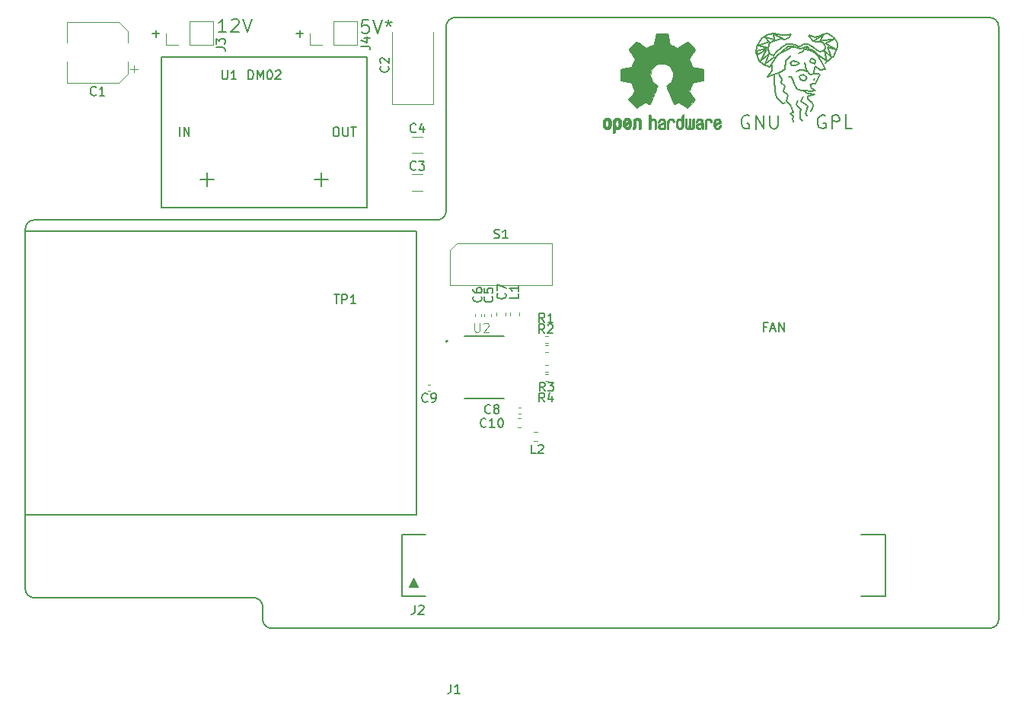
<source format=gto>
%TF.GenerationSoftware,KiCad,Pcbnew,(5.1.9)-1*%
%TF.CreationDate,2021-05-23T15:16:43+08:00*%
%TF.ProjectId,V1,56312e6b-6963-4616-945f-706362585858,rev?*%
%TF.SameCoordinates,Original*%
%TF.FileFunction,Legend,Top*%
%TF.FilePolarity,Positive*%
%FSLAX46Y46*%
G04 Gerber Fmt 4.6, Leading zero omitted, Abs format (unit mm)*
G04 Created by KiCad (PCBNEW (5.1.9)-1) date 2021-05-23 15:16:43*
%MOMM*%
%LPD*%
G01*
G04 APERTURE LIST*
%ADD10C,0.200000*%
%ADD11C,0.150000*%
%ADD12C,0.127000*%
%ADD13C,0.120000*%
%ADD14C,0.152400*%
%ADD15C,0.100000*%
%ADD16C,0.010000*%
%ADD17C,0.015000*%
G04 APERTURE END LIST*
D10*
X121919952Y-54046428D02*
X121158047Y-54046428D01*
X121539000Y-54427380D02*
X121539000Y-53665476D01*
X105917952Y-54046428D02*
X105156047Y-54046428D01*
X105537000Y-54427380D02*
X105537000Y-53665476D01*
D11*
X129190857Y-52518571D02*
X128476571Y-52518571D01*
X128405142Y-53232857D01*
X128476571Y-53161428D01*
X128619428Y-53090000D01*
X128976571Y-53090000D01*
X129119428Y-53161428D01*
X129190857Y-53232857D01*
X129262285Y-53375714D01*
X129262285Y-53732857D01*
X129190857Y-53875714D01*
X129119428Y-53947142D01*
X128976571Y-54018571D01*
X128619428Y-54018571D01*
X128476571Y-53947142D01*
X128405142Y-53875714D01*
X129690857Y-52518571D02*
X130190857Y-54018571D01*
X130690857Y-52518571D01*
X131405142Y-52518571D02*
X131405142Y-52875714D01*
X131048000Y-52732857D02*
X131405142Y-52875714D01*
X131762285Y-52732857D01*
X131190857Y-53161428D02*
X131405142Y-52875714D01*
X131619428Y-53161428D01*
X113371428Y-53891571D02*
X112514285Y-53891571D01*
X112942857Y-53891571D02*
X112942857Y-52391571D01*
X112800000Y-52605857D01*
X112657142Y-52748714D01*
X112514285Y-52820142D01*
X113942857Y-52534428D02*
X114014285Y-52463000D01*
X114157142Y-52391571D01*
X114514285Y-52391571D01*
X114657142Y-52463000D01*
X114728571Y-52534428D01*
X114800000Y-52677285D01*
X114800000Y-52820142D01*
X114728571Y-53034428D01*
X113871428Y-53891571D01*
X114800000Y-53891571D01*
X115228571Y-52391571D02*
X115728571Y-53891571D01*
X116228571Y-52391571D01*
D12*
X139850000Y-94650000D02*
X144250000Y-94650000D01*
X139850000Y-87750000D02*
X144250000Y-87750000D01*
D10*
X137960000Y-88275000D02*
G75*
G03*
X137960000Y-88275000I-100000J0D01*
G01*
D13*
X138200000Y-82020000D02*
X138200000Y-78180000D01*
X149600000Y-82020000D02*
X138200000Y-82020000D01*
X149600000Y-77380000D02*
X149600000Y-82020000D01*
X139000000Y-77380000D02*
X149600000Y-77380000D01*
X138200000Y-78180000D02*
X139000000Y-77380000D01*
X149117621Y-91970000D02*
X148782379Y-91970000D01*
X149117621Y-92730000D02*
X148782379Y-92730000D01*
X149117621Y-90970000D02*
X148782379Y-90970000D01*
X149117621Y-91730000D02*
X148782379Y-91730000D01*
X149117621Y-88720000D02*
X148782379Y-88720000D01*
X149117621Y-89480000D02*
X148782379Y-89480000D01*
X149117621Y-87720000D02*
X148782379Y-87720000D01*
X149117621Y-88480000D02*
X148782379Y-88480000D01*
X147578733Y-99410000D02*
X147921267Y-99410000D01*
X147578733Y-98390000D02*
X147921267Y-98390000D01*
X145910000Y-85446267D02*
X145910000Y-85103733D01*
X144890000Y-85446267D02*
X144890000Y-85103733D01*
X146096267Y-96865000D02*
X145803733Y-96865000D01*
X146096267Y-97885000D02*
X145803733Y-97885000D01*
X136015835Y-93115000D02*
X135784165Y-93115000D01*
X136015835Y-93835000D02*
X135784165Y-93835000D01*
X146115835Y-95665000D02*
X145884165Y-95665000D01*
X146115835Y-96385000D02*
X145884165Y-96385000D01*
X144385000Y-85396267D02*
X144385000Y-85103733D01*
X143365000Y-85396267D02*
X143365000Y-85103733D01*
X141735000Y-85490835D02*
X141735000Y-85259165D01*
X141015000Y-85490835D02*
X141015000Y-85259165D01*
X142785000Y-85490835D02*
X142785000Y-85259165D01*
X142065000Y-85490835D02*
X142065000Y-85259165D01*
D14*
X186650000Y-116650000D02*
X183950000Y-116650000D01*
X132850000Y-116650000D02*
X132850000Y-109850000D01*
D15*
G36*
X134650000Y-115650000D02*
G01*
X133650000Y-115650000D01*
X134150000Y-114650000D01*
X134650000Y-115650000D01*
G37*
X134650000Y-115650000D02*
X133650000Y-115650000D01*
X134150000Y-114650000D01*
X134650000Y-115650000D01*
D14*
X183950000Y-109850000D02*
X186650000Y-109850000D01*
X186650000Y-109850000D02*
X186650000Y-116650000D01*
X135550000Y-116650000D02*
X132850000Y-116650000D01*
X132850000Y-109850000D02*
X135550000Y-109850000D01*
D10*
X91000000Y-76079999D02*
X91000000Y-75799999D01*
X136800000Y-74799999D02*
X92000000Y-74799999D01*
X134525000Y-107579999D02*
X134525000Y-76079999D01*
X137800000Y-53249999D02*
X137800000Y-73799999D01*
X92000000Y-116849999D02*
X116400000Y-116849999D01*
X198250000Y-52249999D02*
X138800000Y-52249999D01*
X118400000Y-120249999D02*
X198250000Y-120249999D01*
X117400000Y-119249999D02*
X117400000Y-117849999D01*
X91000000Y-107579999D02*
X134525000Y-107579999D01*
X134525000Y-76079999D02*
X91000000Y-76079999D01*
X199250000Y-119249999D02*
X199250000Y-53249999D01*
X91000000Y-107854999D02*
X91000000Y-107579999D01*
X91000000Y-76079999D02*
X91000000Y-115849999D01*
X198250000Y-120249999D02*
G75*
G03*
X199250000Y-119249999I0J1000000D01*
G01*
X117400000Y-117849999D02*
G75*
G03*
X116400000Y-116849999I-1000000J0D01*
G01*
X117400000Y-119249999D02*
G75*
G03*
X118400000Y-120249999I1000000J0D01*
G01*
X92000000Y-116849999D02*
G75*
G02*
X91000000Y-115849999I0J1000000D01*
G01*
X137800000Y-53249999D02*
G75*
G02*
X138800000Y-52249999I1000000J0D01*
G01*
X136800000Y-74799999D02*
G75*
G03*
X137800000Y-73799999I0J1000000D01*
G01*
X199250000Y-53249999D02*
G75*
G03*
X198250000Y-52249999I-1000000J0D01*
G01*
X91000000Y-75799999D02*
G75*
G02*
X92000000Y-74799999I1000000J0D01*
G01*
D16*
G36*
X162007014Y-54015998D02*
G01*
X162165006Y-54016863D01*
X162279347Y-54019205D01*
X162357407Y-54023762D01*
X162406554Y-54031270D01*
X162434159Y-54042466D01*
X162447592Y-54058088D01*
X162454221Y-54078873D01*
X162454865Y-54081563D01*
X162464935Y-54130113D01*
X162483575Y-54225905D01*
X162508845Y-54358743D01*
X162538807Y-54518431D01*
X162571522Y-54694774D01*
X162572664Y-54700967D01*
X162605433Y-54873782D01*
X162636093Y-55026469D01*
X162662664Y-55149871D01*
X162683167Y-55234831D01*
X162695626Y-55272190D01*
X162696220Y-55272852D01*
X162732919Y-55291095D01*
X162808586Y-55321497D01*
X162906878Y-55357493D01*
X162907425Y-55357685D01*
X163031233Y-55404222D01*
X163177196Y-55463504D01*
X163314781Y-55523109D01*
X163321293Y-55526056D01*
X163545390Y-55627765D01*
X164041619Y-55288897D01*
X164193846Y-55185592D01*
X164331741Y-55093237D01*
X164447315Y-55017084D01*
X164532579Y-54962385D01*
X164579544Y-54934393D01*
X164584004Y-54932317D01*
X164618134Y-54941560D01*
X164681881Y-54986156D01*
X164777731Y-55068209D01*
X164908169Y-55189821D01*
X165041328Y-55319205D01*
X165169694Y-55446702D01*
X165284581Y-55563046D01*
X165379073Y-55661052D01*
X165446253Y-55733536D01*
X165479206Y-55773313D01*
X165480432Y-55775361D01*
X165484074Y-55802656D01*
X165470350Y-55847234D01*
X165435869Y-55915112D01*
X165377239Y-56012311D01*
X165291070Y-56144851D01*
X165176200Y-56315476D01*
X165074254Y-56465655D01*
X164983123Y-56600350D01*
X164908073Y-56711740D01*
X164854369Y-56792005D01*
X164827280Y-56833325D01*
X164825574Y-56836130D01*
X164828882Y-56875721D01*
X164853953Y-56952669D01*
X164895798Y-57052432D01*
X164910712Y-57084291D01*
X164975786Y-57226226D01*
X165045212Y-57387273D01*
X165101609Y-57526621D01*
X165142247Y-57630044D01*
X165174526Y-57708642D01*
X165193178Y-57749720D01*
X165195497Y-57752885D01*
X165229803Y-57758128D01*
X165310669Y-57772494D01*
X165427343Y-57793937D01*
X165569075Y-57820413D01*
X165725110Y-57849877D01*
X165884698Y-57880283D01*
X166037085Y-57909588D01*
X166171521Y-57935745D01*
X166277252Y-57956710D01*
X166343526Y-57970439D01*
X166359782Y-57974320D01*
X166376573Y-57983900D01*
X166389249Y-58005536D01*
X166398378Y-58046531D01*
X166404531Y-58114189D01*
X166408280Y-58215812D01*
X166410192Y-58358703D01*
X166410840Y-58550165D01*
X166410874Y-58628645D01*
X166410874Y-59266906D01*
X166257598Y-59297160D01*
X166172322Y-59313564D01*
X166045070Y-59337509D01*
X165891315Y-59366107D01*
X165726534Y-59396467D01*
X165680989Y-59404806D01*
X165528932Y-59434370D01*
X165396468Y-59463442D01*
X165294714Y-59489329D01*
X165234788Y-59509337D01*
X165224805Y-59515301D01*
X165200293Y-59557534D01*
X165165148Y-59639370D01*
X165126173Y-59744683D01*
X165118442Y-59767368D01*
X165067360Y-59908018D01*
X165003954Y-60066714D01*
X164941904Y-60209225D01*
X164941598Y-60209886D01*
X164838267Y-60433440D01*
X165517961Y-61433232D01*
X165081621Y-61870300D01*
X164949649Y-62000381D01*
X164829279Y-62115048D01*
X164727273Y-62208181D01*
X164650391Y-62273658D01*
X164605393Y-62305357D01*
X164598938Y-62307368D01*
X164561040Y-62291529D01*
X164483708Y-62247496D01*
X164375389Y-62180490D01*
X164244532Y-62095734D01*
X164103052Y-62000816D01*
X163959461Y-61903998D01*
X163831435Y-61819751D01*
X163727105Y-61753258D01*
X163654600Y-61709702D01*
X163622158Y-61694264D01*
X163582576Y-61707328D01*
X163507519Y-61741750D01*
X163412468Y-61790380D01*
X163402392Y-61795785D01*
X163274391Y-61859980D01*
X163186618Y-61891463D01*
X163132028Y-61891798D01*
X163103575Y-61862548D01*
X163103410Y-61862138D01*
X163089188Y-61827498D01*
X163055269Y-61745269D01*
X163004284Y-61621814D01*
X162938862Y-61463498D01*
X162861634Y-61276686D01*
X162775229Y-61067742D01*
X162691551Y-60865446D01*
X162599588Y-60642200D01*
X162515150Y-60435392D01*
X162440769Y-60251362D01*
X162378974Y-60096451D01*
X162332297Y-59976996D01*
X162303268Y-59899339D01*
X162294322Y-59870356D01*
X162316756Y-59837110D01*
X162375439Y-59784123D01*
X162453689Y-59725704D01*
X162676534Y-59540952D01*
X162850718Y-59329182D01*
X162974154Y-59094856D01*
X163044754Y-58842434D01*
X163060431Y-58576377D01*
X163049036Y-58453575D01*
X162986950Y-58198793D01*
X162880023Y-57973801D01*
X162734889Y-57780817D01*
X162558178Y-57622061D01*
X162356522Y-57499750D01*
X162136554Y-57416105D01*
X161904906Y-57373344D01*
X161668209Y-57373687D01*
X161433095Y-57419352D01*
X161206196Y-57512559D01*
X160994144Y-57655527D01*
X160905636Y-57736383D01*
X160735889Y-57944007D01*
X160617699Y-58170895D01*
X160550278Y-58410433D01*
X160532840Y-58656007D01*
X160564598Y-58901003D01*
X160644765Y-59138808D01*
X160772555Y-59362807D01*
X160947180Y-59566387D01*
X161142312Y-59725704D01*
X161223591Y-59786602D01*
X161281009Y-59839015D01*
X161301678Y-59870406D01*
X161290856Y-59904639D01*
X161260077Y-59986419D01*
X161211874Y-60109407D01*
X161148778Y-60267263D01*
X161073322Y-60453649D01*
X160988038Y-60662226D01*
X160904219Y-60865496D01*
X160811745Y-61088933D01*
X160726089Y-61295984D01*
X160649882Y-61480286D01*
X160585753Y-61635475D01*
X160536332Y-61755188D01*
X160504248Y-61833061D01*
X160492359Y-61862138D01*
X160464274Y-61891677D01*
X160409949Y-61891591D01*
X160322395Y-61860326D01*
X160194619Y-61796329D01*
X160193608Y-61795785D01*
X160097402Y-61746121D01*
X160019631Y-61709945D01*
X159975777Y-61694408D01*
X159973842Y-61694264D01*
X159940829Y-61710024D01*
X159867946Y-61753850D01*
X159763322Y-61820557D01*
X159635090Y-61904964D01*
X159492948Y-62000816D01*
X159348233Y-62097867D01*
X159217804Y-62182270D01*
X159110110Y-62248801D01*
X159033598Y-62292238D01*
X158997062Y-62307368D01*
X158963418Y-62287482D01*
X158895776Y-62231903D01*
X158800893Y-62146754D01*
X158685530Y-62038153D01*
X158556445Y-61912221D01*
X158514229Y-61870149D01*
X158077739Y-61432931D01*
X158409977Y-60945340D01*
X158510946Y-60795605D01*
X158599562Y-60661220D01*
X158670854Y-60549969D01*
X158719850Y-60469639D01*
X158741578Y-60428014D01*
X158742215Y-60425053D01*
X158730760Y-60385818D01*
X158699949Y-60306895D01*
X158655116Y-60201509D01*
X158623647Y-60130954D01*
X158564808Y-59995876D01*
X158509396Y-59859409D01*
X158466436Y-59744103D01*
X158454766Y-59708977D01*
X158421611Y-59615174D01*
X158389201Y-59542694D01*
X158371399Y-59515301D01*
X158332114Y-59498536D01*
X158246374Y-59474770D01*
X158125303Y-59446697D01*
X157980027Y-59417009D01*
X157915012Y-59404806D01*
X157749913Y-59374468D01*
X157591552Y-59345093D01*
X157455404Y-59319569D01*
X157356943Y-59300785D01*
X157338402Y-59297160D01*
X157185127Y-59266906D01*
X157185127Y-58628645D01*
X157185471Y-58418770D01*
X157186884Y-58259980D01*
X157189936Y-58144973D01*
X157195197Y-58066446D01*
X157203237Y-58017096D01*
X157214627Y-57989619D01*
X157229937Y-57976713D01*
X157236218Y-57974320D01*
X157274104Y-57965833D01*
X157357805Y-57948900D01*
X157476567Y-57925566D01*
X157619639Y-57897875D01*
X157776268Y-57867873D01*
X157935703Y-57837604D01*
X158087191Y-57809115D01*
X158219981Y-57784449D01*
X158323319Y-57765651D01*
X158386455Y-57754767D01*
X158400503Y-57752885D01*
X158413230Y-57727704D01*
X158441400Y-57660622D01*
X158479748Y-57564333D01*
X158494391Y-57526621D01*
X158553452Y-57380921D01*
X158623000Y-57219951D01*
X158685288Y-57084291D01*
X158731121Y-56980561D01*
X158761613Y-56895326D01*
X158771792Y-56843126D01*
X158770169Y-56836130D01*
X158748657Y-56803102D01*
X158699535Y-56729643D01*
X158628077Y-56623577D01*
X158539555Y-56492726D01*
X158439241Y-56344912D01*
X158419406Y-56315734D01*
X158303012Y-56142863D01*
X158217452Y-56011226D01*
X158159316Y-55914761D01*
X158125192Y-55847408D01*
X158111669Y-55803106D01*
X158115336Y-55775794D01*
X158115430Y-55775620D01*
X158144293Y-55739746D01*
X158208133Y-55670391D01*
X158300031Y-55574745D01*
X158413067Y-55459999D01*
X158540321Y-55333341D01*
X158554672Y-55319205D01*
X158715043Y-55163903D01*
X158838805Y-55049870D01*
X158928445Y-54975002D01*
X158986448Y-54937196D01*
X159011996Y-54932317D01*
X159049282Y-54953603D01*
X159126657Y-55002773D01*
X159236133Y-55074575D01*
X159369720Y-55163755D01*
X159519430Y-55265063D01*
X159554382Y-55288897D01*
X160050610Y-55627765D01*
X160274707Y-55526056D01*
X160410989Y-55466783D01*
X160557276Y-55407170D01*
X160683035Y-55359640D01*
X160688575Y-55357685D01*
X160786943Y-55321677D01*
X160862771Y-55291229D01*
X160899718Y-55272905D01*
X160899780Y-55272852D01*
X160911504Y-55239729D01*
X160931432Y-55158267D01*
X160957587Y-55037625D01*
X160987990Y-54886959D01*
X161020663Y-54715428D01*
X161023336Y-54700967D01*
X161056110Y-54524235D01*
X161086198Y-54363810D01*
X161111661Y-54229888D01*
X161130559Y-54132663D01*
X161140953Y-54082332D01*
X161141135Y-54081563D01*
X161147461Y-54060153D01*
X161159761Y-54043988D01*
X161185406Y-54032331D01*
X161231765Y-54024445D01*
X161306208Y-54019593D01*
X161416105Y-54017039D01*
X161568825Y-54016045D01*
X161771738Y-54015874D01*
X161798000Y-54015874D01*
X162007014Y-54015998D01*
G37*
X162007014Y-54015998D02*
X162165006Y-54016863D01*
X162279347Y-54019205D01*
X162357407Y-54023762D01*
X162406554Y-54031270D01*
X162434159Y-54042466D01*
X162447592Y-54058088D01*
X162454221Y-54078873D01*
X162454865Y-54081563D01*
X162464935Y-54130113D01*
X162483575Y-54225905D01*
X162508845Y-54358743D01*
X162538807Y-54518431D01*
X162571522Y-54694774D01*
X162572664Y-54700967D01*
X162605433Y-54873782D01*
X162636093Y-55026469D01*
X162662664Y-55149871D01*
X162683167Y-55234831D01*
X162695626Y-55272190D01*
X162696220Y-55272852D01*
X162732919Y-55291095D01*
X162808586Y-55321497D01*
X162906878Y-55357493D01*
X162907425Y-55357685D01*
X163031233Y-55404222D01*
X163177196Y-55463504D01*
X163314781Y-55523109D01*
X163321293Y-55526056D01*
X163545390Y-55627765D01*
X164041619Y-55288897D01*
X164193846Y-55185592D01*
X164331741Y-55093237D01*
X164447315Y-55017084D01*
X164532579Y-54962385D01*
X164579544Y-54934393D01*
X164584004Y-54932317D01*
X164618134Y-54941560D01*
X164681881Y-54986156D01*
X164777731Y-55068209D01*
X164908169Y-55189821D01*
X165041328Y-55319205D01*
X165169694Y-55446702D01*
X165284581Y-55563046D01*
X165379073Y-55661052D01*
X165446253Y-55733536D01*
X165479206Y-55773313D01*
X165480432Y-55775361D01*
X165484074Y-55802656D01*
X165470350Y-55847234D01*
X165435869Y-55915112D01*
X165377239Y-56012311D01*
X165291070Y-56144851D01*
X165176200Y-56315476D01*
X165074254Y-56465655D01*
X164983123Y-56600350D01*
X164908073Y-56711740D01*
X164854369Y-56792005D01*
X164827280Y-56833325D01*
X164825574Y-56836130D01*
X164828882Y-56875721D01*
X164853953Y-56952669D01*
X164895798Y-57052432D01*
X164910712Y-57084291D01*
X164975786Y-57226226D01*
X165045212Y-57387273D01*
X165101609Y-57526621D01*
X165142247Y-57630044D01*
X165174526Y-57708642D01*
X165193178Y-57749720D01*
X165195497Y-57752885D01*
X165229803Y-57758128D01*
X165310669Y-57772494D01*
X165427343Y-57793937D01*
X165569075Y-57820413D01*
X165725110Y-57849877D01*
X165884698Y-57880283D01*
X166037085Y-57909588D01*
X166171521Y-57935745D01*
X166277252Y-57956710D01*
X166343526Y-57970439D01*
X166359782Y-57974320D01*
X166376573Y-57983900D01*
X166389249Y-58005536D01*
X166398378Y-58046531D01*
X166404531Y-58114189D01*
X166408280Y-58215812D01*
X166410192Y-58358703D01*
X166410840Y-58550165D01*
X166410874Y-58628645D01*
X166410874Y-59266906D01*
X166257598Y-59297160D01*
X166172322Y-59313564D01*
X166045070Y-59337509D01*
X165891315Y-59366107D01*
X165726534Y-59396467D01*
X165680989Y-59404806D01*
X165528932Y-59434370D01*
X165396468Y-59463442D01*
X165294714Y-59489329D01*
X165234788Y-59509337D01*
X165224805Y-59515301D01*
X165200293Y-59557534D01*
X165165148Y-59639370D01*
X165126173Y-59744683D01*
X165118442Y-59767368D01*
X165067360Y-59908018D01*
X165003954Y-60066714D01*
X164941904Y-60209225D01*
X164941598Y-60209886D01*
X164838267Y-60433440D01*
X165517961Y-61433232D01*
X165081621Y-61870300D01*
X164949649Y-62000381D01*
X164829279Y-62115048D01*
X164727273Y-62208181D01*
X164650391Y-62273658D01*
X164605393Y-62305357D01*
X164598938Y-62307368D01*
X164561040Y-62291529D01*
X164483708Y-62247496D01*
X164375389Y-62180490D01*
X164244532Y-62095734D01*
X164103052Y-62000816D01*
X163959461Y-61903998D01*
X163831435Y-61819751D01*
X163727105Y-61753258D01*
X163654600Y-61709702D01*
X163622158Y-61694264D01*
X163582576Y-61707328D01*
X163507519Y-61741750D01*
X163412468Y-61790380D01*
X163402392Y-61795785D01*
X163274391Y-61859980D01*
X163186618Y-61891463D01*
X163132028Y-61891798D01*
X163103575Y-61862548D01*
X163103410Y-61862138D01*
X163089188Y-61827498D01*
X163055269Y-61745269D01*
X163004284Y-61621814D01*
X162938862Y-61463498D01*
X162861634Y-61276686D01*
X162775229Y-61067742D01*
X162691551Y-60865446D01*
X162599588Y-60642200D01*
X162515150Y-60435392D01*
X162440769Y-60251362D01*
X162378974Y-60096451D01*
X162332297Y-59976996D01*
X162303268Y-59899339D01*
X162294322Y-59870356D01*
X162316756Y-59837110D01*
X162375439Y-59784123D01*
X162453689Y-59725704D01*
X162676534Y-59540952D01*
X162850718Y-59329182D01*
X162974154Y-59094856D01*
X163044754Y-58842434D01*
X163060431Y-58576377D01*
X163049036Y-58453575D01*
X162986950Y-58198793D01*
X162880023Y-57973801D01*
X162734889Y-57780817D01*
X162558178Y-57622061D01*
X162356522Y-57499750D01*
X162136554Y-57416105D01*
X161904906Y-57373344D01*
X161668209Y-57373687D01*
X161433095Y-57419352D01*
X161206196Y-57512559D01*
X160994144Y-57655527D01*
X160905636Y-57736383D01*
X160735889Y-57944007D01*
X160617699Y-58170895D01*
X160550278Y-58410433D01*
X160532840Y-58656007D01*
X160564598Y-58901003D01*
X160644765Y-59138808D01*
X160772555Y-59362807D01*
X160947180Y-59566387D01*
X161142312Y-59725704D01*
X161223591Y-59786602D01*
X161281009Y-59839015D01*
X161301678Y-59870406D01*
X161290856Y-59904639D01*
X161260077Y-59986419D01*
X161211874Y-60109407D01*
X161148778Y-60267263D01*
X161073322Y-60453649D01*
X160988038Y-60662226D01*
X160904219Y-60865496D01*
X160811745Y-61088933D01*
X160726089Y-61295984D01*
X160649882Y-61480286D01*
X160585753Y-61635475D01*
X160536332Y-61755188D01*
X160504248Y-61833061D01*
X160492359Y-61862138D01*
X160464274Y-61891677D01*
X160409949Y-61891591D01*
X160322395Y-61860326D01*
X160194619Y-61796329D01*
X160193608Y-61795785D01*
X160097402Y-61746121D01*
X160019631Y-61709945D01*
X159975777Y-61694408D01*
X159973842Y-61694264D01*
X159940829Y-61710024D01*
X159867946Y-61753850D01*
X159763322Y-61820557D01*
X159635090Y-61904964D01*
X159492948Y-62000816D01*
X159348233Y-62097867D01*
X159217804Y-62182270D01*
X159110110Y-62248801D01*
X159033598Y-62292238D01*
X158997062Y-62307368D01*
X158963418Y-62287482D01*
X158895776Y-62231903D01*
X158800893Y-62146754D01*
X158685530Y-62038153D01*
X158556445Y-61912221D01*
X158514229Y-61870149D01*
X158077739Y-61432931D01*
X158409977Y-60945340D01*
X158510946Y-60795605D01*
X158599562Y-60661220D01*
X158670854Y-60549969D01*
X158719850Y-60469639D01*
X158741578Y-60428014D01*
X158742215Y-60425053D01*
X158730760Y-60385818D01*
X158699949Y-60306895D01*
X158655116Y-60201509D01*
X158623647Y-60130954D01*
X158564808Y-59995876D01*
X158509396Y-59859409D01*
X158466436Y-59744103D01*
X158454766Y-59708977D01*
X158421611Y-59615174D01*
X158389201Y-59542694D01*
X158371399Y-59515301D01*
X158332114Y-59498536D01*
X158246374Y-59474770D01*
X158125303Y-59446697D01*
X157980027Y-59417009D01*
X157915012Y-59404806D01*
X157749913Y-59374468D01*
X157591552Y-59345093D01*
X157455404Y-59319569D01*
X157356943Y-59300785D01*
X157338402Y-59297160D01*
X157185127Y-59266906D01*
X157185127Y-58628645D01*
X157185471Y-58418770D01*
X157186884Y-58259980D01*
X157189936Y-58144973D01*
X157195197Y-58066446D01*
X157203237Y-58017096D01*
X157214627Y-57989619D01*
X157229937Y-57976713D01*
X157236218Y-57974320D01*
X157274104Y-57965833D01*
X157357805Y-57948900D01*
X157476567Y-57925566D01*
X157619639Y-57897875D01*
X157776268Y-57867873D01*
X157935703Y-57837604D01*
X158087191Y-57809115D01*
X158219981Y-57784449D01*
X158323319Y-57765651D01*
X158386455Y-57754767D01*
X158400503Y-57752885D01*
X158413230Y-57727704D01*
X158441400Y-57660622D01*
X158479748Y-57564333D01*
X158494391Y-57526621D01*
X158553452Y-57380921D01*
X158623000Y-57219951D01*
X158685288Y-57084291D01*
X158731121Y-56980561D01*
X158761613Y-56895326D01*
X158771792Y-56843126D01*
X158770169Y-56836130D01*
X158748657Y-56803102D01*
X158699535Y-56729643D01*
X158628077Y-56623577D01*
X158539555Y-56492726D01*
X158439241Y-56344912D01*
X158419406Y-56315734D01*
X158303012Y-56142863D01*
X158217452Y-56011226D01*
X158159316Y-55914761D01*
X158125192Y-55847408D01*
X158111669Y-55803106D01*
X158115336Y-55775794D01*
X158115430Y-55775620D01*
X158144293Y-55739746D01*
X158208133Y-55670391D01*
X158300031Y-55574745D01*
X158413067Y-55459999D01*
X158540321Y-55333341D01*
X158554672Y-55319205D01*
X158715043Y-55163903D01*
X158838805Y-55049870D01*
X158928445Y-54975002D01*
X158986448Y-54937196D01*
X159011996Y-54932317D01*
X159049282Y-54953603D01*
X159126657Y-55002773D01*
X159236133Y-55074575D01*
X159369720Y-55163755D01*
X159519430Y-55265063D01*
X159554382Y-55288897D01*
X160050610Y-55627765D01*
X160274707Y-55526056D01*
X160410989Y-55466783D01*
X160557276Y-55407170D01*
X160683035Y-55359640D01*
X160688575Y-55357685D01*
X160786943Y-55321677D01*
X160862771Y-55291229D01*
X160899718Y-55272905D01*
X160899780Y-55272852D01*
X160911504Y-55239729D01*
X160931432Y-55158267D01*
X160957587Y-55037625D01*
X160987990Y-54886959D01*
X161020663Y-54715428D01*
X161023336Y-54700967D01*
X161056110Y-54524235D01*
X161086198Y-54363810D01*
X161111661Y-54229888D01*
X161130559Y-54132663D01*
X161140953Y-54082332D01*
X161141135Y-54081563D01*
X161147461Y-54060153D01*
X161159761Y-54043988D01*
X161185406Y-54032331D01*
X161231765Y-54024445D01*
X161306208Y-54019593D01*
X161416105Y-54017039D01*
X161568825Y-54016045D01*
X161771738Y-54015874D01*
X161798000Y-54015874D01*
X162007014Y-54015998D01*
G36*
X168141439Y-63519540D02*
G01*
X168256950Y-63595034D01*
X168312664Y-63662617D01*
X168356804Y-63785255D01*
X168360309Y-63882298D01*
X168352368Y-64012056D01*
X168053115Y-64143039D01*
X167907611Y-64209958D01*
X167812537Y-64263790D01*
X167763101Y-64310416D01*
X167754511Y-64355720D01*
X167781972Y-64405582D01*
X167812253Y-64438632D01*
X167900363Y-64491633D01*
X167996196Y-64495347D01*
X168084212Y-64454041D01*
X168148869Y-64371983D01*
X168160433Y-64343008D01*
X168215825Y-64252509D01*
X168279553Y-64213940D01*
X168366966Y-64180946D01*
X168366966Y-64306034D01*
X168359238Y-64391156D01*
X168328966Y-64462938D01*
X168265518Y-64545356D01*
X168256088Y-64556066D01*
X168185513Y-64629391D01*
X168124847Y-64668742D01*
X168048950Y-64686845D01*
X167986030Y-64692774D01*
X167873487Y-64694251D01*
X167793370Y-64675535D01*
X167743390Y-64647747D01*
X167664838Y-64586641D01*
X167610463Y-64520554D01*
X167576052Y-64437441D01*
X167557388Y-64325254D01*
X167550256Y-64171946D01*
X167549687Y-64094136D01*
X167551622Y-64000853D01*
X167727899Y-64000853D01*
X167729944Y-64050896D01*
X167735039Y-64059092D01*
X167768666Y-64047958D01*
X167841030Y-64018493D01*
X167937747Y-63976601D01*
X167957973Y-63967597D01*
X168080203Y-63905442D01*
X168147547Y-63850815D01*
X168162348Y-63799649D01*
X168126947Y-63747876D01*
X168097711Y-63725000D01*
X167992216Y-63679250D01*
X167893476Y-63686808D01*
X167810812Y-63742651D01*
X167753548Y-63841753D01*
X167735188Y-63920414D01*
X167727899Y-64000853D01*
X167551622Y-64000853D01*
X167553459Y-63912351D01*
X167567359Y-63777853D01*
X167594894Y-63679916D01*
X167639572Y-63607811D01*
X167704901Y-63550813D01*
X167733383Y-63532393D01*
X167862763Y-63484422D01*
X168004412Y-63481403D01*
X168141439Y-63519540D01*
G37*
X168141439Y-63519540D02*
X168256950Y-63595034D01*
X168312664Y-63662617D01*
X168356804Y-63785255D01*
X168360309Y-63882298D01*
X168352368Y-64012056D01*
X168053115Y-64143039D01*
X167907611Y-64209958D01*
X167812537Y-64263790D01*
X167763101Y-64310416D01*
X167754511Y-64355720D01*
X167781972Y-64405582D01*
X167812253Y-64438632D01*
X167900363Y-64491633D01*
X167996196Y-64495347D01*
X168084212Y-64454041D01*
X168148869Y-64371983D01*
X168160433Y-64343008D01*
X168215825Y-64252509D01*
X168279553Y-64213940D01*
X168366966Y-64180946D01*
X168366966Y-64306034D01*
X168359238Y-64391156D01*
X168328966Y-64462938D01*
X168265518Y-64545356D01*
X168256088Y-64556066D01*
X168185513Y-64629391D01*
X168124847Y-64668742D01*
X168048950Y-64686845D01*
X167986030Y-64692774D01*
X167873487Y-64694251D01*
X167793370Y-64675535D01*
X167743390Y-64647747D01*
X167664838Y-64586641D01*
X167610463Y-64520554D01*
X167576052Y-64437441D01*
X167557388Y-64325254D01*
X167550256Y-64171946D01*
X167549687Y-64094136D01*
X167551622Y-64000853D01*
X167727899Y-64000853D01*
X167729944Y-64050896D01*
X167735039Y-64059092D01*
X167768666Y-64047958D01*
X167841030Y-64018493D01*
X167937747Y-63976601D01*
X167957973Y-63967597D01*
X168080203Y-63905442D01*
X168147547Y-63850815D01*
X168162348Y-63799649D01*
X168126947Y-63747876D01*
X168097711Y-63725000D01*
X167992216Y-63679250D01*
X167893476Y-63686808D01*
X167810812Y-63742651D01*
X167753548Y-63841753D01*
X167735188Y-63920414D01*
X167727899Y-64000853D01*
X167551622Y-64000853D01*
X167553459Y-63912351D01*
X167567359Y-63777853D01*
X167594894Y-63679916D01*
X167639572Y-63607811D01*
X167704901Y-63550813D01*
X167733383Y-63532393D01*
X167862763Y-63484422D01*
X168004412Y-63481403D01*
X168141439Y-63519540D01*
G36*
X167133690Y-63503018D02*
G01*
X167168585Y-63518269D01*
X167251877Y-63584235D01*
X167323103Y-63679618D01*
X167367153Y-63781406D01*
X167374322Y-63831587D01*
X167350285Y-63901647D01*
X167297561Y-63938717D01*
X167241031Y-63961164D01*
X167215146Y-63965300D01*
X167202542Y-63935283D01*
X167177654Y-63869961D01*
X167166735Y-63840445D01*
X167105508Y-63738348D01*
X167016861Y-63687423D01*
X166903193Y-63688989D01*
X166894774Y-63690994D01*
X166834088Y-63719767D01*
X166789474Y-63775859D01*
X166759002Y-63866163D01*
X166740744Y-63997571D01*
X166732771Y-64176974D01*
X166732023Y-64272433D01*
X166731652Y-64422913D01*
X166729223Y-64525495D01*
X166722760Y-64590672D01*
X166710288Y-64628938D01*
X166689833Y-64650785D01*
X166659419Y-64666707D01*
X166657661Y-64667509D01*
X166599091Y-64692272D01*
X166570075Y-64701391D01*
X166565616Y-64673822D01*
X166561799Y-64597620D01*
X166558899Y-64482541D01*
X166557191Y-64338341D01*
X166556851Y-64232814D01*
X166558588Y-64028613D01*
X166565382Y-63873697D01*
X166579607Y-63759024D01*
X166603638Y-63675551D01*
X166639848Y-63614236D01*
X166690612Y-63566034D01*
X166740739Y-63532393D01*
X166861275Y-63487619D01*
X167001557Y-63477521D01*
X167133690Y-63503018D01*
G37*
X167133690Y-63503018D02*
X167168585Y-63518269D01*
X167251877Y-63584235D01*
X167323103Y-63679618D01*
X167367153Y-63781406D01*
X167374322Y-63831587D01*
X167350285Y-63901647D01*
X167297561Y-63938717D01*
X167241031Y-63961164D01*
X167215146Y-63965300D01*
X167202542Y-63935283D01*
X167177654Y-63869961D01*
X167166735Y-63840445D01*
X167105508Y-63738348D01*
X167016861Y-63687423D01*
X166903193Y-63688989D01*
X166894774Y-63690994D01*
X166834088Y-63719767D01*
X166789474Y-63775859D01*
X166759002Y-63866163D01*
X166740744Y-63997571D01*
X166732771Y-64176974D01*
X166732023Y-64272433D01*
X166731652Y-64422913D01*
X166729223Y-64525495D01*
X166722760Y-64590672D01*
X166710288Y-64628938D01*
X166689833Y-64650785D01*
X166659419Y-64666707D01*
X166657661Y-64667509D01*
X166599091Y-64692272D01*
X166570075Y-64701391D01*
X166565616Y-64673822D01*
X166561799Y-64597620D01*
X166558899Y-64482541D01*
X166557191Y-64338341D01*
X166556851Y-64232814D01*
X166558588Y-64028613D01*
X166565382Y-63873697D01*
X166579607Y-63759024D01*
X166603638Y-63675551D01*
X166639848Y-63614236D01*
X166690612Y-63566034D01*
X166740739Y-63532393D01*
X166861275Y-63487619D01*
X167001557Y-63477521D01*
X167133690Y-63503018D01*
G36*
X166112406Y-63498156D02*
G01*
X166196469Y-63536393D01*
X166262450Y-63582726D01*
X166310794Y-63634532D01*
X166344172Y-63701363D01*
X166365253Y-63792769D01*
X166376707Y-63918301D01*
X166381203Y-64087508D01*
X166381678Y-64198933D01*
X166381678Y-64633627D01*
X166307316Y-64667509D01*
X166248746Y-64692272D01*
X166219730Y-64701391D01*
X166214179Y-64674257D01*
X166209775Y-64601094D01*
X166207078Y-64494263D01*
X166206506Y-64409437D01*
X166204046Y-64286887D01*
X166197412Y-64189668D01*
X166187726Y-64130134D01*
X166180032Y-64117483D01*
X166128311Y-64130402D01*
X166047117Y-64163539D01*
X165953102Y-64208461D01*
X165862917Y-64256735D01*
X165793215Y-64299928D01*
X165760648Y-64329608D01*
X165760519Y-64329929D01*
X165763320Y-64384857D01*
X165788439Y-64437292D01*
X165832541Y-64479881D01*
X165896909Y-64494126D01*
X165951921Y-64492466D01*
X166029835Y-64491245D01*
X166070732Y-64509498D01*
X166095295Y-64557726D01*
X166098392Y-64566820D01*
X166109040Y-64635598D01*
X166080565Y-64677360D01*
X166006344Y-64697263D01*
X165926168Y-64700944D01*
X165781890Y-64673658D01*
X165707203Y-64634690D01*
X165614963Y-64543148D01*
X165566043Y-64430782D01*
X165561654Y-64312051D01*
X165603001Y-64201411D01*
X165665197Y-64132080D01*
X165727294Y-64093265D01*
X165824895Y-64044125D01*
X165938632Y-63994292D01*
X165957590Y-63986677D01*
X166082521Y-63931545D01*
X166154539Y-63882954D01*
X166177700Y-63834647D01*
X166156064Y-63780370D01*
X166118920Y-63737943D01*
X166031127Y-63685702D01*
X165934530Y-63681784D01*
X165845944Y-63722041D01*
X165782186Y-63802326D01*
X165773817Y-63823040D01*
X165725096Y-63899225D01*
X165653965Y-63955785D01*
X165564207Y-64002201D01*
X165564207Y-63870584D01*
X165569490Y-63790168D01*
X165592142Y-63726786D01*
X165642367Y-63659163D01*
X165690582Y-63607076D01*
X165765554Y-63533322D01*
X165823806Y-63493702D01*
X165886372Y-63477810D01*
X165957193Y-63475184D01*
X166112406Y-63498156D01*
G37*
X166112406Y-63498156D02*
X166196469Y-63536393D01*
X166262450Y-63582726D01*
X166310794Y-63634532D01*
X166344172Y-63701363D01*
X166365253Y-63792769D01*
X166376707Y-63918301D01*
X166381203Y-64087508D01*
X166381678Y-64198933D01*
X166381678Y-64633627D01*
X166307316Y-64667509D01*
X166248746Y-64692272D01*
X166219730Y-64701391D01*
X166214179Y-64674257D01*
X166209775Y-64601094D01*
X166207078Y-64494263D01*
X166206506Y-64409437D01*
X166204046Y-64286887D01*
X166197412Y-64189668D01*
X166187726Y-64130134D01*
X166180032Y-64117483D01*
X166128311Y-64130402D01*
X166047117Y-64163539D01*
X165953102Y-64208461D01*
X165862917Y-64256735D01*
X165793215Y-64299928D01*
X165760648Y-64329608D01*
X165760519Y-64329929D01*
X165763320Y-64384857D01*
X165788439Y-64437292D01*
X165832541Y-64479881D01*
X165896909Y-64494126D01*
X165951921Y-64492466D01*
X166029835Y-64491245D01*
X166070732Y-64509498D01*
X166095295Y-64557726D01*
X166098392Y-64566820D01*
X166109040Y-64635598D01*
X166080565Y-64677360D01*
X166006344Y-64697263D01*
X165926168Y-64700944D01*
X165781890Y-64673658D01*
X165707203Y-64634690D01*
X165614963Y-64543148D01*
X165566043Y-64430782D01*
X165561654Y-64312051D01*
X165603001Y-64201411D01*
X165665197Y-64132080D01*
X165727294Y-64093265D01*
X165824895Y-64044125D01*
X165938632Y-63994292D01*
X165957590Y-63986677D01*
X166082521Y-63931545D01*
X166154539Y-63882954D01*
X166177700Y-63834647D01*
X166156064Y-63780370D01*
X166118920Y-63737943D01*
X166031127Y-63685702D01*
X165934530Y-63681784D01*
X165845944Y-63722041D01*
X165782186Y-63802326D01*
X165773817Y-63823040D01*
X165725096Y-63899225D01*
X165653965Y-63955785D01*
X165564207Y-64002201D01*
X165564207Y-63870584D01*
X165569490Y-63790168D01*
X165592142Y-63726786D01*
X165642367Y-63659163D01*
X165690582Y-63607076D01*
X165765554Y-63533322D01*
X165823806Y-63493702D01*
X165886372Y-63477810D01*
X165957193Y-63475184D01*
X166112406Y-63498156D01*
G36*
X165378124Y-63502840D02*
G01*
X165382579Y-63579653D01*
X165386071Y-63696391D01*
X165388315Y-63843821D01*
X165389035Y-63998455D01*
X165389035Y-64521727D01*
X165296645Y-64614117D01*
X165232978Y-64671047D01*
X165177089Y-64694107D01*
X165100702Y-64692647D01*
X165070380Y-64688934D01*
X164975610Y-64678126D01*
X164897222Y-64671933D01*
X164878115Y-64671361D01*
X164813699Y-64675102D01*
X164721571Y-64684494D01*
X164685850Y-64688934D01*
X164598114Y-64695801D01*
X164539153Y-64680885D01*
X164480690Y-64634835D01*
X164459585Y-64614117D01*
X164367195Y-64521727D01*
X164367195Y-63542947D01*
X164441558Y-63509066D01*
X164505590Y-63483970D01*
X164543052Y-63475184D01*
X164552657Y-63502950D01*
X164561635Y-63580530D01*
X164569386Y-63699348D01*
X164575314Y-63850828D01*
X164578173Y-63978805D01*
X164586161Y-64482425D01*
X164655848Y-64492278D01*
X164719229Y-64485389D01*
X164750286Y-64463083D01*
X164758967Y-64421379D01*
X164766378Y-64332544D01*
X164771931Y-64207834D01*
X164775036Y-64058507D01*
X164775484Y-63981661D01*
X164775931Y-63539287D01*
X164867874Y-63507235D01*
X164932949Y-63485443D01*
X164968347Y-63475281D01*
X164969368Y-63475184D01*
X164972920Y-63502809D01*
X164976823Y-63579411D01*
X164980751Y-63695579D01*
X164984376Y-63841904D01*
X164986908Y-63978805D01*
X164994897Y-64482425D01*
X165170069Y-64482425D01*
X165178107Y-64022965D01*
X165186146Y-63563505D01*
X165271543Y-63519344D01*
X165334593Y-63489019D01*
X165371910Y-63475258D01*
X165372987Y-63475184D01*
X165378124Y-63502840D01*
G37*
X165378124Y-63502840D02*
X165382579Y-63579653D01*
X165386071Y-63696391D01*
X165388315Y-63843821D01*
X165389035Y-63998455D01*
X165389035Y-64521727D01*
X165296645Y-64614117D01*
X165232978Y-64671047D01*
X165177089Y-64694107D01*
X165100702Y-64692647D01*
X165070380Y-64688934D01*
X164975610Y-64678126D01*
X164897222Y-64671933D01*
X164878115Y-64671361D01*
X164813699Y-64675102D01*
X164721571Y-64684494D01*
X164685850Y-64688934D01*
X164598114Y-64695801D01*
X164539153Y-64680885D01*
X164480690Y-64634835D01*
X164459585Y-64614117D01*
X164367195Y-64521727D01*
X164367195Y-63542947D01*
X164441558Y-63509066D01*
X164505590Y-63483970D01*
X164543052Y-63475184D01*
X164552657Y-63502950D01*
X164561635Y-63580530D01*
X164569386Y-63699348D01*
X164575314Y-63850828D01*
X164578173Y-63978805D01*
X164586161Y-64482425D01*
X164655848Y-64492278D01*
X164719229Y-64485389D01*
X164750286Y-64463083D01*
X164758967Y-64421379D01*
X164766378Y-64332544D01*
X164771931Y-64207834D01*
X164775036Y-64058507D01*
X164775484Y-63981661D01*
X164775931Y-63539287D01*
X164867874Y-63507235D01*
X164932949Y-63485443D01*
X164968347Y-63475281D01*
X164969368Y-63475184D01*
X164972920Y-63502809D01*
X164976823Y-63579411D01*
X164980751Y-63695579D01*
X164984376Y-63841904D01*
X164986908Y-63978805D01*
X164994897Y-64482425D01*
X165170069Y-64482425D01*
X165178107Y-64022965D01*
X165186146Y-63563505D01*
X165271543Y-63519344D01*
X165334593Y-63489019D01*
X165371910Y-63475258D01*
X165372987Y-63475184D01*
X165378124Y-63502840D01*
G36*
X164191914Y-63717455D02*
G01*
X164191543Y-63935661D01*
X164190108Y-64103519D01*
X164187002Y-64229070D01*
X164181622Y-64320355D01*
X164173362Y-64385415D01*
X164161616Y-64432291D01*
X164145781Y-64469024D01*
X164133790Y-64489991D01*
X164034490Y-64603694D01*
X163908588Y-64674965D01*
X163769291Y-64700538D01*
X163629805Y-64677150D01*
X163546743Y-64635119D01*
X163459545Y-64562411D01*
X163400117Y-64473612D01*
X163364261Y-64357320D01*
X163347781Y-64202135D01*
X163345447Y-64088287D01*
X163345761Y-64080106D01*
X163549724Y-64080106D01*
X163550970Y-64210657D01*
X163556678Y-64297080D01*
X163569804Y-64353618D01*
X163593306Y-64394514D01*
X163621386Y-64425362D01*
X163715688Y-64484905D01*
X163816940Y-64489992D01*
X163912636Y-64440279D01*
X163920084Y-64433543D01*
X163951874Y-64398502D01*
X163971808Y-64356811D01*
X163982600Y-64294762D01*
X163986965Y-64198644D01*
X163987655Y-64092379D01*
X163986159Y-63958880D01*
X163979964Y-63869822D01*
X163966514Y-63811293D01*
X163943251Y-63769382D01*
X163924175Y-63747123D01*
X163835563Y-63690985D01*
X163733508Y-63684235D01*
X163636095Y-63727114D01*
X163617296Y-63743032D01*
X163585293Y-63778382D01*
X163565318Y-63820502D01*
X163554593Y-63883251D01*
X163550339Y-63980487D01*
X163549724Y-64080106D01*
X163345761Y-64080106D01*
X163352504Y-63904947D01*
X163376472Y-63767195D01*
X163421548Y-63663632D01*
X163491928Y-63582856D01*
X163546743Y-63541455D01*
X163646376Y-63496728D01*
X163761855Y-63475967D01*
X163869199Y-63481525D01*
X163929264Y-63503943D01*
X163952835Y-63510323D01*
X163968477Y-63486535D01*
X163979395Y-63422788D01*
X163987655Y-63325687D01*
X163996699Y-63217541D01*
X164009261Y-63152475D01*
X164032119Y-63115268D01*
X164072051Y-63090699D01*
X164097138Y-63079819D01*
X164192023Y-63040072D01*
X164191914Y-63717455D01*
G37*
X164191914Y-63717455D02*
X164191543Y-63935661D01*
X164190108Y-64103519D01*
X164187002Y-64229070D01*
X164181622Y-64320355D01*
X164173362Y-64385415D01*
X164161616Y-64432291D01*
X164145781Y-64469024D01*
X164133790Y-64489991D01*
X164034490Y-64603694D01*
X163908588Y-64674965D01*
X163769291Y-64700538D01*
X163629805Y-64677150D01*
X163546743Y-64635119D01*
X163459545Y-64562411D01*
X163400117Y-64473612D01*
X163364261Y-64357320D01*
X163347781Y-64202135D01*
X163345447Y-64088287D01*
X163345761Y-64080106D01*
X163549724Y-64080106D01*
X163550970Y-64210657D01*
X163556678Y-64297080D01*
X163569804Y-64353618D01*
X163593306Y-64394514D01*
X163621386Y-64425362D01*
X163715688Y-64484905D01*
X163816940Y-64489992D01*
X163912636Y-64440279D01*
X163920084Y-64433543D01*
X163951874Y-64398502D01*
X163971808Y-64356811D01*
X163982600Y-64294762D01*
X163986965Y-64198644D01*
X163987655Y-64092379D01*
X163986159Y-63958880D01*
X163979964Y-63869822D01*
X163966514Y-63811293D01*
X163943251Y-63769382D01*
X163924175Y-63747123D01*
X163835563Y-63690985D01*
X163733508Y-63684235D01*
X163636095Y-63727114D01*
X163617296Y-63743032D01*
X163585293Y-63778382D01*
X163565318Y-63820502D01*
X163554593Y-63883251D01*
X163550339Y-63980487D01*
X163549724Y-64080106D01*
X163345761Y-64080106D01*
X163352504Y-63904947D01*
X163376472Y-63767195D01*
X163421548Y-63663632D01*
X163491928Y-63582856D01*
X163546743Y-63541455D01*
X163646376Y-63496728D01*
X163761855Y-63475967D01*
X163869199Y-63481525D01*
X163929264Y-63503943D01*
X163952835Y-63510323D01*
X163968477Y-63486535D01*
X163979395Y-63422788D01*
X163987655Y-63325687D01*
X163996699Y-63217541D01*
X164009261Y-63152475D01*
X164032119Y-63115268D01*
X164072051Y-63090699D01*
X164097138Y-63079819D01*
X164192023Y-63040072D01*
X164191914Y-63717455D01*
G36*
X162863943Y-63484920D02*
G01*
X162996565Y-63533859D01*
X163104010Y-63620419D01*
X163146032Y-63681352D01*
X163191843Y-63793161D01*
X163190891Y-63874006D01*
X163142808Y-63928378D01*
X163125017Y-63937624D01*
X163048204Y-63966450D01*
X163008976Y-63959065D01*
X162995689Y-63910658D01*
X162995012Y-63883920D01*
X162970686Y-63785548D01*
X162907281Y-63716734D01*
X162819154Y-63683498D01*
X162720663Y-63691861D01*
X162640602Y-63735296D01*
X162613561Y-63760072D01*
X162594394Y-63790129D01*
X162581446Y-63835565D01*
X162573064Y-63906476D01*
X162567593Y-64012960D01*
X162563378Y-64165112D01*
X162562287Y-64213287D01*
X162558307Y-64378095D01*
X162553781Y-64494088D01*
X162546995Y-64570833D01*
X162536231Y-64617893D01*
X162519773Y-64644835D01*
X162495906Y-64661223D01*
X162480626Y-64668463D01*
X162415733Y-64693220D01*
X162377534Y-64701391D01*
X162364912Y-64674103D01*
X162357208Y-64591603D01*
X162354380Y-64452941D01*
X162356386Y-64257162D01*
X162357011Y-64226965D01*
X162361421Y-64048349D01*
X162366635Y-63917923D01*
X162374055Y-63825492D01*
X162385082Y-63760858D01*
X162401117Y-63713825D01*
X162423561Y-63674196D01*
X162435302Y-63657215D01*
X162502619Y-63582080D01*
X162577910Y-63523638D01*
X162587128Y-63518536D01*
X162722133Y-63478260D01*
X162863943Y-63484920D01*
G37*
X162863943Y-63484920D02*
X162996565Y-63533859D01*
X163104010Y-63620419D01*
X163146032Y-63681352D01*
X163191843Y-63793161D01*
X163190891Y-63874006D01*
X163142808Y-63928378D01*
X163125017Y-63937624D01*
X163048204Y-63966450D01*
X163008976Y-63959065D01*
X162995689Y-63910658D01*
X162995012Y-63883920D01*
X162970686Y-63785548D01*
X162907281Y-63716734D01*
X162819154Y-63683498D01*
X162720663Y-63691861D01*
X162640602Y-63735296D01*
X162613561Y-63760072D01*
X162594394Y-63790129D01*
X162581446Y-63835565D01*
X162573064Y-63906476D01*
X162567593Y-64012960D01*
X162563378Y-64165112D01*
X162562287Y-64213287D01*
X162558307Y-64378095D01*
X162553781Y-64494088D01*
X162546995Y-64570833D01*
X162536231Y-64617893D01*
X162519773Y-64644835D01*
X162495906Y-64661223D01*
X162480626Y-64668463D01*
X162415733Y-64693220D01*
X162377534Y-64701391D01*
X162364912Y-64674103D01*
X162357208Y-64591603D01*
X162354380Y-64452941D01*
X162356386Y-64257162D01*
X162357011Y-64226965D01*
X162361421Y-64048349D01*
X162366635Y-63917923D01*
X162374055Y-63825492D01*
X162385082Y-63760858D01*
X162401117Y-63713825D01*
X162423561Y-63674196D01*
X162435302Y-63657215D01*
X162502619Y-63582080D01*
X162577910Y-63523638D01*
X162587128Y-63518536D01*
X162722133Y-63478260D01*
X162863943Y-63484920D01*
G36*
X161877944Y-63487360D02*
G01*
X161992343Y-63529842D01*
X161993652Y-63530658D01*
X162064403Y-63582730D01*
X162116636Y-63643584D01*
X162153371Y-63722887D01*
X162177634Y-63830309D01*
X162192445Y-63975517D01*
X162200829Y-64168179D01*
X162201564Y-64195628D01*
X162212120Y-64609521D01*
X162123291Y-64655456D01*
X162059018Y-64686498D01*
X162020210Y-64701206D01*
X162018415Y-64701391D01*
X162011700Y-64674250D01*
X162006365Y-64601041D01*
X162003083Y-64494081D01*
X162002368Y-64407469D01*
X162002351Y-64267162D01*
X161995937Y-64179051D01*
X161973580Y-64137025D01*
X161925732Y-64134975D01*
X161842849Y-64166790D01*
X161717713Y-64225272D01*
X161625697Y-64273845D01*
X161578371Y-64315986D01*
X161564458Y-64361916D01*
X161564437Y-64364189D01*
X161587395Y-64443311D01*
X161655370Y-64486055D01*
X161759398Y-64492246D01*
X161834330Y-64491172D01*
X161873839Y-64512753D01*
X161898478Y-64564591D01*
X161912659Y-64630632D01*
X161892223Y-64668104D01*
X161884528Y-64673467D01*
X161812083Y-64695006D01*
X161710633Y-64698055D01*
X161606157Y-64683778D01*
X161532125Y-64657688D01*
X161429772Y-64570785D01*
X161371591Y-64449816D01*
X161360069Y-64355308D01*
X161368862Y-64270062D01*
X161400680Y-64200476D01*
X161463684Y-64138672D01*
X161566031Y-64076772D01*
X161715882Y-64006897D01*
X161725012Y-64002948D01*
X161859997Y-63940588D01*
X161943294Y-63889446D01*
X161978997Y-63843488D01*
X161971203Y-63796683D01*
X161924007Y-63742998D01*
X161909894Y-63730644D01*
X161815359Y-63682741D01*
X161717406Y-63684758D01*
X161632097Y-63731724D01*
X161575496Y-63818669D01*
X161570237Y-63835734D01*
X161519023Y-63918504D01*
X161454037Y-63958372D01*
X161360069Y-63997882D01*
X161360069Y-63895658D01*
X161388653Y-63747072D01*
X161473495Y-63610784D01*
X161517645Y-63565191D01*
X161618005Y-63506674D01*
X161745635Y-63480184D01*
X161877944Y-63487360D01*
G37*
X161877944Y-63487360D02*
X161992343Y-63529842D01*
X161993652Y-63530658D01*
X162064403Y-63582730D01*
X162116636Y-63643584D01*
X162153371Y-63722887D01*
X162177634Y-63830309D01*
X162192445Y-63975517D01*
X162200829Y-64168179D01*
X162201564Y-64195628D01*
X162212120Y-64609521D01*
X162123291Y-64655456D01*
X162059018Y-64686498D01*
X162020210Y-64701206D01*
X162018415Y-64701391D01*
X162011700Y-64674250D01*
X162006365Y-64601041D01*
X162003083Y-64494081D01*
X162002368Y-64407469D01*
X162002351Y-64267162D01*
X161995937Y-64179051D01*
X161973580Y-64137025D01*
X161925732Y-64134975D01*
X161842849Y-64166790D01*
X161717713Y-64225272D01*
X161625697Y-64273845D01*
X161578371Y-64315986D01*
X161564458Y-64361916D01*
X161564437Y-64364189D01*
X161587395Y-64443311D01*
X161655370Y-64486055D01*
X161759398Y-64492246D01*
X161834330Y-64491172D01*
X161873839Y-64512753D01*
X161898478Y-64564591D01*
X161912659Y-64630632D01*
X161892223Y-64668104D01*
X161884528Y-64673467D01*
X161812083Y-64695006D01*
X161710633Y-64698055D01*
X161606157Y-64683778D01*
X161532125Y-64657688D01*
X161429772Y-64570785D01*
X161371591Y-64449816D01*
X161360069Y-64355308D01*
X161368862Y-64270062D01*
X161400680Y-64200476D01*
X161463684Y-64138672D01*
X161566031Y-64076772D01*
X161715882Y-64006897D01*
X161725012Y-64002948D01*
X161859997Y-63940588D01*
X161943294Y-63889446D01*
X161978997Y-63843488D01*
X161971203Y-63796683D01*
X161924007Y-63742998D01*
X161909894Y-63730644D01*
X161815359Y-63682741D01*
X161717406Y-63684758D01*
X161632097Y-63731724D01*
X161575496Y-63818669D01*
X161570237Y-63835734D01*
X161519023Y-63918504D01*
X161454037Y-63958372D01*
X161360069Y-63997882D01*
X161360069Y-63895658D01*
X161388653Y-63747072D01*
X161473495Y-63610784D01*
X161517645Y-63565191D01*
X161618005Y-63506674D01*
X161745635Y-63480184D01*
X161877944Y-63487360D01*
G36*
X160542598Y-63286857D02*
G01*
X160551154Y-63406188D01*
X160560981Y-63476506D01*
X160574599Y-63507179D01*
X160594527Y-63507571D01*
X160600989Y-63503910D01*
X160686940Y-63477398D01*
X160798745Y-63478946D01*
X160912414Y-63506199D01*
X160983510Y-63541455D01*
X161056405Y-63597778D01*
X161109693Y-63661519D01*
X161146275Y-63742510D01*
X161169050Y-63850586D01*
X161180919Y-63995580D01*
X161184782Y-64187326D01*
X161184851Y-64224109D01*
X161184897Y-64637288D01*
X161092954Y-64669339D01*
X161027652Y-64691144D01*
X160991824Y-64701297D01*
X160990770Y-64701391D01*
X160987242Y-64673860D01*
X160984239Y-64597923D01*
X160981990Y-64483565D01*
X160980724Y-64340769D01*
X160980529Y-64253951D01*
X160980123Y-64082773D01*
X160978032Y-63960088D01*
X160972947Y-63876000D01*
X160963560Y-63820614D01*
X160948561Y-63784032D01*
X160926642Y-63756359D01*
X160912957Y-63743032D01*
X160818949Y-63689328D01*
X160716364Y-63685307D01*
X160623290Y-63730725D01*
X160606078Y-63747123D01*
X160580832Y-63777957D01*
X160563320Y-63814531D01*
X160552142Y-63867415D01*
X160545896Y-63947177D01*
X160543182Y-64064385D01*
X160542598Y-64225991D01*
X160542598Y-64637288D01*
X160450655Y-64669339D01*
X160385353Y-64691144D01*
X160349525Y-64701297D01*
X160348471Y-64701391D01*
X160345775Y-64673448D01*
X160343345Y-64594630D01*
X160341278Y-64472453D01*
X160339671Y-64314432D01*
X160338623Y-64128083D01*
X160338231Y-63920920D01*
X160338230Y-63911706D01*
X160338230Y-63122020D01*
X160433115Y-63081997D01*
X160528000Y-63041973D01*
X160542598Y-63286857D01*
G37*
X160542598Y-63286857D02*
X160551154Y-63406188D01*
X160560981Y-63476506D01*
X160574599Y-63507179D01*
X160594527Y-63507571D01*
X160600989Y-63503910D01*
X160686940Y-63477398D01*
X160798745Y-63478946D01*
X160912414Y-63506199D01*
X160983510Y-63541455D01*
X161056405Y-63597778D01*
X161109693Y-63661519D01*
X161146275Y-63742510D01*
X161169050Y-63850586D01*
X161180919Y-63995580D01*
X161184782Y-64187326D01*
X161184851Y-64224109D01*
X161184897Y-64637288D01*
X161092954Y-64669339D01*
X161027652Y-64691144D01*
X160991824Y-64701297D01*
X160990770Y-64701391D01*
X160987242Y-64673860D01*
X160984239Y-64597923D01*
X160981990Y-64483565D01*
X160980724Y-64340769D01*
X160980529Y-64253951D01*
X160980123Y-64082773D01*
X160978032Y-63960088D01*
X160972947Y-63876000D01*
X160963560Y-63820614D01*
X160948561Y-63784032D01*
X160926642Y-63756359D01*
X160912957Y-63743032D01*
X160818949Y-63689328D01*
X160716364Y-63685307D01*
X160623290Y-63730725D01*
X160606078Y-63747123D01*
X160580832Y-63777957D01*
X160563320Y-63814531D01*
X160552142Y-63867415D01*
X160545896Y-63947177D01*
X160543182Y-64064385D01*
X160542598Y-64225991D01*
X160542598Y-64637288D01*
X160450655Y-64669339D01*
X160385353Y-64691144D01*
X160349525Y-64701297D01*
X160348471Y-64701391D01*
X160345775Y-64673448D01*
X160343345Y-64594630D01*
X160341278Y-64472453D01*
X160339671Y-64314432D01*
X160338623Y-64128083D01*
X160338231Y-63920920D01*
X160338230Y-63911706D01*
X160338230Y-63122020D01*
X160433115Y-63081997D01*
X160528000Y-63041973D01*
X160542598Y-63286857D01*
G36*
X158113552Y-63447676D02*
G01*
X158228658Y-63525111D01*
X158317611Y-63636949D01*
X158370749Y-63779265D01*
X158381497Y-63884015D01*
X158380276Y-63927726D01*
X158370056Y-63961194D01*
X158341961Y-63991179D01*
X158287116Y-64024440D01*
X158196645Y-64067738D01*
X158061672Y-64127833D01*
X158060989Y-64128134D01*
X157936751Y-64185037D01*
X157834873Y-64235565D01*
X157765767Y-64274280D01*
X157739846Y-64295740D01*
X157739839Y-64295913D01*
X157762685Y-64342644D01*
X157816109Y-64394154D01*
X157877442Y-64431261D01*
X157908515Y-64438632D01*
X157993289Y-64413138D01*
X158066293Y-64349291D01*
X158101913Y-64279094D01*
X158136180Y-64227343D01*
X158203303Y-64168409D01*
X158282208Y-64117496D01*
X158351821Y-64089809D01*
X158366377Y-64088287D01*
X158382763Y-64113321D01*
X158383750Y-64177311D01*
X158371708Y-64263593D01*
X158349007Y-64355501D01*
X158318014Y-64436369D01*
X158316448Y-64439509D01*
X158223181Y-64569734D01*
X158102304Y-64658311D01*
X157965027Y-64701786D01*
X157822560Y-64696706D01*
X157686112Y-64639616D01*
X157680045Y-64635602D01*
X157572710Y-64538326D01*
X157502132Y-64411409D01*
X157463074Y-64244526D01*
X157457832Y-64197639D01*
X157448548Y-63976329D01*
X157459678Y-63873124D01*
X157739839Y-63873124D01*
X157743479Y-63937503D01*
X157763389Y-63956291D01*
X157813026Y-63942235D01*
X157891267Y-63909009D01*
X157978726Y-63867359D01*
X157980899Y-63866256D01*
X158055030Y-63827265D01*
X158084781Y-63801244D01*
X158077445Y-63773965D01*
X158046553Y-63738121D01*
X157967960Y-63686251D01*
X157883323Y-63682439D01*
X157807403Y-63720189D01*
X157754965Y-63793001D01*
X157739839Y-63873124D01*
X157459678Y-63873124D01*
X157467644Y-63799261D01*
X157516634Y-63658829D01*
X157584836Y-63560447D01*
X157707935Y-63461030D01*
X157843528Y-63411711D01*
X157981955Y-63408568D01*
X158113552Y-63447676D01*
G37*
X158113552Y-63447676D02*
X158228658Y-63525111D01*
X158317611Y-63636949D01*
X158370749Y-63779265D01*
X158381497Y-63884015D01*
X158380276Y-63927726D01*
X158370056Y-63961194D01*
X158341961Y-63991179D01*
X158287116Y-64024440D01*
X158196645Y-64067738D01*
X158061672Y-64127833D01*
X158060989Y-64128134D01*
X157936751Y-64185037D01*
X157834873Y-64235565D01*
X157765767Y-64274280D01*
X157739846Y-64295740D01*
X157739839Y-64295913D01*
X157762685Y-64342644D01*
X157816109Y-64394154D01*
X157877442Y-64431261D01*
X157908515Y-64438632D01*
X157993289Y-64413138D01*
X158066293Y-64349291D01*
X158101913Y-64279094D01*
X158136180Y-64227343D01*
X158203303Y-64168409D01*
X158282208Y-64117496D01*
X158351821Y-64089809D01*
X158366377Y-64088287D01*
X158382763Y-64113321D01*
X158383750Y-64177311D01*
X158371708Y-64263593D01*
X158349007Y-64355501D01*
X158318014Y-64436369D01*
X158316448Y-64439509D01*
X158223181Y-64569734D01*
X158102304Y-64658311D01*
X157965027Y-64701786D01*
X157822560Y-64696706D01*
X157686112Y-64639616D01*
X157680045Y-64635602D01*
X157572710Y-64538326D01*
X157502132Y-64411409D01*
X157463074Y-64244526D01*
X157457832Y-64197639D01*
X157448548Y-63976329D01*
X157459678Y-63873124D01*
X157739839Y-63873124D01*
X157743479Y-63937503D01*
X157763389Y-63956291D01*
X157813026Y-63942235D01*
X157891267Y-63909009D01*
X157978726Y-63867359D01*
X157980899Y-63866256D01*
X158055030Y-63827265D01*
X158084781Y-63801244D01*
X158077445Y-63773965D01*
X158046553Y-63738121D01*
X157967960Y-63686251D01*
X157883323Y-63682439D01*
X157807403Y-63720189D01*
X157754965Y-63793001D01*
X157739839Y-63873124D01*
X157459678Y-63873124D01*
X157467644Y-63799261D01*
X157516634Y-63658829D01*
X157584836Y-63560447D01*
X157707935Y-63461030D01*
X157843528Y-63411711D01*
X157981955Y-63408568D01*
X158113552Y-63447676D01*
G36*
X155846221Y-63429015D02*
G01*
X155983061Y-63500968D01*
X156084051Y-63616766D01*
X156119925Y-63691213D01*
X156147839Y-63802992D01*
X156162129Y-63944227D01*
X156163484Y-64098371D01*
X156152595Y-64248879D01*
X156130153Y-64379205D01*
X156096850Y-64472803D01*
X156086615Y-64488922D01*
X155965382Y-64609249D01*
X155821387Y-64681317D01*
X155665139Y-64702408D01*
X155507148Y-64669802D01*
X155463180Y-64650253D01*
X155377556Y-64590012D01*
X155302408Y-64510135D01*
X155295306Y-64500004D01*
X155266439Y-64451181D01*
X155247357Y-64398990D01*
X155236084Y-64330285D01*
X155230645Y-64231918D01*
X155229062Y-64090744D01*
X155229035Y-64059092D01*
X155229107Y-64049019D01*
X155520989Y-64049019D01*
X155522687Y-64182256D01*
X155529372Y-64270674D01*
X155543425Y-64327785D01*
X155567229Y-64367102D01*
X155579379Y-64380241D01*
X155649236Y-64430172D01*
X155717059Y-64427895D01*
X155785635Y-64384584D01*
X155826535Y-64338346D01*
X155850758Y-64270857D01*
X155864361Y-64164433D01*
X155865294Y-64152020D01*
X155867616Y-63959147D01*
X155843350Y-63815900D01*
X155792824Y-63723160D01*
X155716368Y-63681807D01*
X155689076Y-63679552D01*
X155617411Y-63690893D01*
X155568390Y-63730184D01*
X155538418Y-63805326D01*
X155523899Y-63924222D01*
X155520989Y-64049019D01*
X155229107Y-64049019D01*
X155230122Y-63908659D01*
X155234688Y-63803549D01*
X155244688Y-63730714D01*
X155262079Y-63677108D01*
X155288816Y-63629681D01*
X155294724Y-63620864D01*
X155394032Y-63502007D01*
X155502242Y-63433008D01*
X155633981Y-63405619D01*
X155678717Y-63404281D01*
X155846221Y-63429015D01*
G37*
X155846221Y-63429015D02*
X155983061Y-63500968D01*
X156084051Y-63616766D01*
X156119925Y-63691213D01*
X156147839Y-63802992D01*
X156162129Y-63944227D01*
X156163484Y-64098371D01*
X156152595Y-64248879D01*
X156130153Y-64379205D01*
X156096850Y-64472803D01*
X156086615Y-64488922D01*
X155965382Y-64609249D01*
X155821387Y-64681317D01*
X155665139Y-64702408D01*
X155507148Y-64669802D01*
X155463180Y-64650253D01*
X155377556Y-64590012D01*
X155302408Y-64510135D01*
X155295306Y-64500004D01*
X155266439Y-64451181D01*
X155247357Y-64398990D01*
X155236084Y-64330285D01*
X155230645Y-64231918D01*
X155229062Y-64090744D01*
X155229035Y-64059092D01*
X155229107Y-64049019D01*
X155520989Y-64049019D01*
X155522687Y-64182256D01*
X155529372Y-64270674D01*
X155543425Y-64327785D01*
X155567229Y-64367102D01*
X155579379Y-64380241D01*
X155649236Y-64430172D01*
X155717059Y-64427895D01*
X155785635Y-64384584D01*
X155826535Y-64338346D01*
X155850758Y-64270857D01*
X155864361Y-64164433D01*
X155865294Y-64152020D01*
X155867616Y-63959147D01*
X155843350Y-63815900D01*
X155792824Y-63723160D01*
X155716368Y-63681807D01*
X155689076Y-63679552D01*
X155617411Y-63690893D01*
X155568390Y-63730184D01*
X155538418Y-63805326D01*
X155523899Y-63924222D01*
X155520989Y-64049019D01*
X155229107Y-64049019D01*
X155230122Y-63908659D01*
X155234688Y-63803549D01*
X155244688Y-63730714D01*
X155262079Y-63677108D01*
X155288816Y-63629681D01*
X155294724Y-63620864D01*
X155394032Y-63502007D01*
X155502242Y-63433008D01*
X155633981Y-63405619D01*
X155678717Y-63404281D01*
X155846221Y-63429015D01*
G36*
X159215429Y-63440719D02*
G01*
X159309123Y-63494914D01*
X159374264Y-63548707D01*
X159421907Y-63605066D01*
X159454728Y-63673987D01*
X159475406Y-63765468D01*
X159486620Y-63889506D01*
X159491049Y-64056098D01*
X159491563Y-64175851D01*
X159491563Y-64616659D01*
X159367483Y-64672283D01*
X159243402Y-64727907D01*
X159228805Y-64245095D01*
X159222773Y-64064779D01*
X159216445Y-63933901D01*
X159208606Y-63843511D01*
X159198037Y-63784664D01*
X159183523Y-63748413D01*
X159163848Y-63725810D01*
X159157535Y-63720917D01*
X159061888Y-63682706D01*
X158965207Y-63697827D01*
X158907655Y-63737943D01*
X158884245Y-63766370D01*
X158868039Y-63803672D01*
X158857741Y-63860223D01*
X158852049Y-63946394D01*
X158849664Y-64072558D01*
X158849264Y-64204042D01*
X158849186Y-64368999D01*
X158846361Y-64485761D01*
X158836907Y-64564510D01*
X158816940Y-64615431D01*
X158782576Y-64648706D01*
X158729932Y-64674520D01*
X158659617Y-64701344D01*
X158582820Y-64730542D01*
X158591962Y-64212346D01*
X158595643Y-64025539D01*
X158599950Y-63887490D01*
X158606123Y-63788568D01*
X158615402Y-63719145D01*
X158629027Y-63669590D01*
X158648239Y-63630273D01*
X158671402Y-63595584D01*
X158783152Y-63484770D01*
X158919513Y-63420689D01*
X159067825Y-63405339D01*
X159215429Y-63440719D01*
G37*
X159215429Y-63440719D02*
X159309123Y-63494914D01*
X159374264Y-63548707D01*
X159421907Y-63605066D01*
X159454728Y-63673987D01*
X159475406Y-63765468D01*
X159486620Y-63889506D01*
X159491049Y-64056098D01*
X159491563Y-64175851D01*
X159491563Y-64616659D01*
X159367483Y-64672283D01*
X159243402Y-64727907D01*
X159228805Y-64245095D01*
X159222773Y-64064779D01*
X159216445Y-63933901D01*
X159208606Y-63843511D01*
X159198037Y-63784664D01*
X159183523Y-63748413D01*
X159163848Y-63725810D01*
X159157535Y-63720917D01*
X159061888Y-63682706D01*
X158965207Y-63697827D01*
X158907655Y-63737943D01*
X158884245Y-63766370D01*
X158868039Y-63803672D01*
X158857741Y-63860223D01*
X158852049Y-63946394D01*
X158849664Y-64072558D01*
X158849264Y-64204042D01*
X158849186Y-64368999D01*
X158846361Y-64485761D01*
X158836907Y-64564510D01*
X158816940Y-64615431D01*
X158782576Y-64648706D01*
X158729932Y-64674520D01*
X158659617Y-64701344D01*
X158582820Y-64730542D01*
X158591962Y-64212346D01*
X158595643Y-64025539D01*
X158599950Y-63887490D01*
X158606123Y-63788568D01*
X158615402Y-63719145D01*
X158629027Y-63669590D01*
X158648239Y-63630273D01*
X158671402Y-63595584D01*
X158783152Y-63484770D01*
X158919513Y-63420689D01*
X159067825Y-63405339D01*
X159215429Y-63440719D01*
G36*
X156969900Y-63424903D02*
G01*
X157081450Y-63480522D01*
X157179908Y-63582931D01*
X157207023Y-63620864D01*
X157236562Y-63670500D01*
X157255728Y-63724412D01*
X157266693Y-63796364D01*
X157271629Y-63900122D01*
X157272713Y-64037101D01*
X157267818Y-64224815D01*
X157250804Y-64365758D01*
X157218177Y-64470908D01*
X157166442Y-64551243D01*
X157092104Y-64617741D01*
X157086642Y-64621678D01*
X157013380Y-64661953D01*
X156925160Y-64681880D01*
X156812962Y-64686793D01*
X156630567Y-64686793D01*
X156630491Y-64863857D01*
X156628793Y-64962470D01*
X156618450Y-65020314D01*
X156591422Y-65055006D01*
X156539668Y-65084164D01*
X156527239Y-65090121D01*
X156469077Y-65118039D01*
X156424044Y-65135672D01*
X156390559Y-65137194D01*
X156367038Y-65116781D01*
X156351900Y-65068607D01*
X156343563Y-64986846D01*
X156340444Y-64865672D01*
X156340960Y-64699260D01*
X156343529Y-64481785D01*
X156344332Y-64416736D01*
X156347222Y-64192502D01*
X156349812Y-64045821D01*
X156630414Y-64045821D01*
X156631991Y-64170326D01*
X156639000Y-64251787D01*
X156654858Y-64305515D01*
X156682981Y-64346823D01*
X156702075Y-64366971D01*
X156780135Y-64425921D01*
X156849247Y-64430720D01*
X156920560Y-64382038D01*
X156922368Y-64380241D01*
X156951383Y-64342618D01*
X156969033Y-64291484D01*
X156977936Y-64212738D01*
X156980709Y-64092276D01*
X156980759Y-64065588D01*
X156974058Y-63899583D01*
X156952248Y-63784505D01*
X156912765Y-63714254D01*
X156853044Y-63682729D01*
X156818528Y-63679552D01*
X156736611Y-63694460D01*
X156680421Y-63743548D01*
X156646598Y-63833362D01*
X156631780Y-63970445D01*
X156630414Y-64045821D01*
X156349812Y-64045821D01*
X156350287Y-64018952D01*
X156354247Y-63888382D01*
X156359826Y-63793087D01*
X156367746Y-63725364D01*
X156378731Y-63677507D01*
X156393501Y-63641813D01*
X156412782Y-63610578D01*
X156421049Y-63598824D01*
X156530712Y-63487797D01*
X156669365Y-63424847D01*
X156829754Y-63407297D01*
X156969900Y-63424903D01*
G37*
X156969900Y-63424903D02*
X157081450Y-63480522D01*
X157179908Y-63582931D01*
X157207023Y-63620864D01*
X157236562Y-63670500D01*
X157255728Y-63724412D01*
X157266693Y-63796364D01*
X157271629Y-63900122D01*
X157272713Y-64037101D01*
X157267818Y-64224815D01*
X157250804Y-64365758D01*
X157218177Y-64470908D01*
X157166442Y-64551243D01*
X157092104Y-64617741D01*
X157086642Y-64621678D01*
X157013380Y-64661953D01*
X156925160Y-64681880D01*
X156812962Y-64686793D01*
X156630567Y-64686793D01*
X156630491Y-64863857D01*
X156628793Y-64962470D01*
X156618450Y-65020314D01*
X156591422Y-65055006D01*
X156539668Y-65084164D01*
X156527239Y-65090121D01*
X156469077Y-65118039D01*
X156424044Y-65135672D01*
X156390559Y-65137194D01*
X156367038Y-65116781D01*
X156351900Y-65068607D01*
X156343563Y-64986846D01*
X156340444Y-64865672D01*
X156340960Y-64699260D01*
X156343529Y-64481785D01*
X156344332Y-64416736D01*
X156347222Y-64192502D01*
X156349812Y-64045821D01*
X156630414Y-64045821D01*
X156631991Y-64170326D01*
X156639000Y-64251787D01*
X156654858Y-64305515D01*
X156682981Y-64346823D01*
X156702075Y-64366971D01*
X156780135Y-64425921D01*
X156849247Y-64430720D01*
X156920560Y-64382038D01*
X156922368Y-64380241D01*
X156951383Y-64342618D01*
X156969033Y-64291484D01*
X156977936Y-64212738D01*
X156980709Y-64092276D01*
X156980759Y-64065588D01*
X156974058Y-63899583D01*
X156952248Y-63784505D01*
X156912765Y-63714254D01*
X156853044Y-63682729D01*
X156818528Y-63679552D01*
X156736611Y-63694460D01*
X156680421Y-63743548D01*
X156646598Y-63833362D01*
X156631780Y-63970445D01*
X156630414Y-64045821D01*
X156349812Y-64045821D01*
X156350287Y-64018952D01*
X156354247Y-63888382D01*
X156359826Y-63793087D01*
X156367746Y-63725364D01*
X156378731Y-63677507D01*
X156393501Y-63641813D01*
X156412782Y-63610578D01*
X156421049Y-63598824D01*
X156530712Y-63487797D01*
X156669365Y-63424847D01*
X156829754Y-63407297D01*
X156969900Y-63424903D01*
D11*
X180487320Y-56934100D02*
X179938680Y-57335420D01*
X180936900Y-56535320D02*
X180487320Y-56934100D01*
X181188360Y-55984140D02*
X180936900Y-56535320D01*
X181287420Y-55585360D02*
X181188360Y-55984140D01*
X181287420Y-55135780D02*
X181287420Y-55585360D01*
X181086760Y-54584600D02*
X181287420Y-55135780D01*
X180637180Y-54284880D02*
X181086760Y-54584600D01*
X180187600Y-54035960D02*
X180637180Y-54284880D01*
X179738020Y-54084220D02*
X180187600Y-54035960D01*
X179237640Y-54335680D02*
X179738020Y-54084220D01*
X178788060Y-54434740D02*
X179237640Y-54335680D01*
X178188620Y-54185820D02*
X178788060Y-54434740D01*
X179339240Y-58635900D02*
X178838860Y-59634120D01*
X179186840Y-58486040D02*
X179339240Y-58635900D01*
X178788060Y-58486040D02*
X179186840Y-58486040D01*
X179339240Y-58084720D02*
X178887120Y-57685940D01*
X179938680Y-57985660D02*
X179339240Y-58084720D01*
X179638960Y-57335420D02*
X179938680Y-57985660D01*
X178937920Y-56235600D02*
X179638960Y-57335420D01*
X178737260Y-55984140D02*
X178937920Y-56235600D01*
X178137820Y-55684420D02*
X178737260Y-55984140D01*
X177688240Y-55585360D02*
X178137820Y-55684420D01*
X177238660Y-55735220D02*
X177688240Y-55585360D01*
X176837340Y-55636160D02*
X177238660Y-55735220D01*
X176387760Y-55435500D02*
X176837340Y-55636160D01*
X175839120Y-55483760D02*
X176387760Y-55435500D01*
X175237140Y-55935880D02*
X175839120Y-55483760D01*
X174538640Y-56586120D02*
X175237140Y-55935880D01*
X173786800Y-57785000D02*
X174538640Y-56586120D01*
X173139100Y-57536080D02*
X173786800Y-57785000D01*
X172587920Y-57035700D02*
X173139100Y-57536080D01*
X172288200Y-56134000D02*
X172587920Y-57035700D01*
X172387260Y-55435500D02*
X172288200Y-56134000D01*
X172836840Y-54635400D02*
X172387260Y-55435500D01*
X173438820Y-54234080D02*
X172836840Y-54635400D01*
X173786800Y-54084220D02*
X173438820Y-54234080D01*
X174188120Y-54035960D02*
X173786800Y-54084220D01*
X175138080Y-54185820D02*
X174188120Y-54035960D01*
X175788320Y-54234080D02*
X175138080Y-54185820D01*
X176187100Y-54084220D02*
X175788320Y-54234080D01*
X175988980Y-54434740D02*
X176187100Y-54084220D01*
X175437800Y-54686200D02*
X175988980Y-54434740D01*
X175087280Y-54635400D02*
X175437800Y-54686200D01*
X174437040Y-54785260D02*
X175087280Y-54635400D01*
X173987460Y-54935120D02*
X174437040Y-54785260D01*
X173687740Y-55184040D02*
X173987460Y-54935120D01*
X173588680Y-55834280D02*
X173687740Y-55184040D01*
X173786800Y-56334660D02*
X173588680Y-55834280D01*
X174238920Y-56484520D02*
X173786800Y-56334660D01*
X174586900Y-56085740D02*
X174238920Y-56484520D01*
X175039020Y-55636160D02*
X174586900Y-56085740D01*
X175638460Y-55234840D02*
X175039020Y-55636160D01*
X176138840Y-55184040D02*
X175638460Y-55234840D01*
X176639220Y-55285640D02*
X176138840Y-55184040D01*
X176938940Y-55435500D02*
X176639220Y-55285640D01*
X177137060Y-55483760D02*
X176938940Y-55435500D01*
X177637440Y-55234840D02*
X177137060Y-55483760D01*
X178038760Y-55234840D02*
X177637440Y-55234840D01*
X178338480Y-55384700D02*
X178038760Y-55234840D01*
X178587400Y-55585360D02*
X178338480Y-55384700D01*
X179036980Y-55885080D02*
X178587400Y-55585360D01*
X179387500Y-56034940D02*
X179036980Y-55885080D01*
X179687220Y-55984140D02*
X179387500Y-56034940D01*
X179986940Y-55735220D02*
X179687220Y-55984140D01*
X179938680Y-55435500D02*
X179986940Y-55735220D01*
X179738020Y-55034180D02*
X179938680Y-55435500D01*
X179387500Y-54985920D02*
X179738020Y-55034180D01*
X178937920Y-54985920D02*
X179387500Y-54985920D01*
X178587400Y-54884320D02*
X178937920Y-54985920D01*
X178137820Y-54284880D02*
X178587400Y-54884320D01*
X175587660Y-57035700D02*
X176187100Y-56484520D01*
X175437800Y-57985660D02*
X175587660Y-57035700D01*
X174937420Y-58336180D02*
X175437800Y-57985660D01*
X173537880Y-58884820D02*
X174937420Y-58336180D01*
X174038260Y-58135520D02*
X173537880Y-58884820D01*
X174038260Y-57536080D02*
X174038260Y-58135520D01*
X177436780Y-56085740D02*
X177688240Y-55735220D01*
X177038000Y-56235600D02*
X177436780Y-56085740D01*
X176639220Y-57584340D02*
X177038000Y-57386220D01*
X176237900Y-57584340D02*
X176639220Y-57584340D01*
X176037240Y-57335420D02*
X176237900Y-57584340D01*
X176288700Y-57083960D02*
X176037240Y-57335420D01*
X176738280Y-57185560D02*
X176288700Y-57083960D01*
X177088800Y-57335420D02*
X176738280Y-57185560D01*
X178788060Y-57386220D02*
X178338480Y-57284620D01*
X178887120Y-57134760D02*
X178788060Y-57386220D01*
X178788060Y-56934100D02*
X178887120Y-57134760D01*
X178386740Y-56835040D02*
X178788060Y-56934100D01*
X178236880Y-57185560D02*
X178386740Y-56835040D01*
X177787300Y-59184540D02*
X177937160Y-58935620D01*
X177688240Y-59286140D02*
X177787300Y-59184540D01*
X177388520Y-59286140D02*
X177688240Y-59286140D01*
X177137060Y-59133740D02*
X177388520Y-59286140D01*
X177088800Y-58734960D02*
X177137060Y-59133740D01*
X177487580Y-58585100D02*
X177088800Y-58734960D01*
X177937160Y-58935620D02*
X177487580Y-58585100D01*
X178788060Y-59034680D02*
X178689000Y-59184540D01*
X177888900Y-58084720D02*
X177987960Y-58234580D01*
X177739040Y-57685940D02*
X177888900Y-58084720D01*
X177688240Y-57233820D02*
X177739040Y-57685940D01*
X176938940Y-58183780D02*
X176738280Y-58234580D01*
X177137060Y-58084720D02*
X176938940Y-58183780D01*
X177286920Y-58084720D02*
X177137060Y-58084720D01*
X177589180Y-58084720D02*
X177286920Y-58084720D01*
X177888900Y-58234580D02*
X177589180Y-58084720D01*
X178638200Y-58486040D02*
X178838860Y-58486040D01*
X178437540Y-58585100D02*
X178638200Y-58486040D01*
X178287680Y-58585100D02*
X178437540Y-58585100D01*
X178137820Y-58435240D02*
X178287680Y-58585100D01*
X178038760Y-58285380D02*
X178137820Y-58435240D01*
X178788060Y-57785000D02*
X178737260Y-58435240D01*
X178437540Y-60086240D02*
X178788060Y-60284360D01*
X178287680Y-59735720D02*
X178437540Y-60086240D01*
X178689000Y-59634120D02*
X178287680Y-59735720D01*
X178838860Y-59634120D02*
X178689000Y-59634120D01*
X176187100Y-58884820D02*
X175887380Y-58834020D01*
X176336960Y-59133740D02*
X176187100Y-58884820D01*
X176486820Y-59634120D02*
X176336960Y-59133740D01*
X176687480Y-59984640D02*
X176486820Y-59634120D01*
X176837340Y-60185300D02*
X176687480Y-59984640D01*
X177286920Y-60335160D02*
X176837340Y-60185300D01*
X177787300Y-60385960D02*
X177286920Y-60335160D01*
X178236880Y-60434220D02*
X177787300Y-60385960D01*
X178838860Y-60335160D02*
X178236880Y-60434220D01*
X178038760Y-60685680D02*
X178287680Y-60685680D01*
X177637440Y-60434220D02*
X178038760Y-60685680D01*
X178488340Y-62384940D02*
X178338480Y-62684660D01*
X178587400Y-62085220D02*
X178488340Y-62384940D01*
X178488340Y-61734700D02*
X178587400Y-62085220D01*
X178236880Y-61534040D02*
X178488340Y-61734700D01*
X178038760Y-61335920D02*
X178236880Y-61534040D01*
X177987960Y-61135260D02*
X178038760Y-61335920D01*
X178038760Y-60985400D02*
X177987960Y-61135260D01*
X178587400Y-60883800D02*
X178038760Y-60985400D01*
X178788060Y-60835540D02*
X178587400Y-60883800D01*
X178539140Y-60835540D02*
X178788060Y-60835540D01*
X178287680Y-60733940D02*
X178539140Y-60835540D01*
X178338480Y-62684660D02*
X178386740Y-62684660D01*
X177787300Y-62885320D02*
X177937160Y-63134240D01*
X177937160Y-62484000D02*
X177787300Y-62885320D01*
X177987960Y-62034420D02*
X177937160Y-62484000D01*
X177589180Y-61833760D02*
X177987960Y-62034420D01*
X177286920Y-61534040D02*
X177589180Y-61833760D01*
X177487580Y-61084460D02*
X177286920Y-61534040D01*
X177187860Y-63535560D02*
X177388520Y-63736220D01*
X177137060Y-62984380D02*
X177187860Y-63535560D01*
X177187860Y-62786260D02*
X177137060Y-62984380D01*
X177238660Y-62484000D02*
X177187860Y-62786260D01*
X177088800Y-62285880D02*
X177238660Y-62484000D01*
X176837340Y-62085220D02*
X177088800Y-62285880D01*
X176738280Y-61884560D02*
X176837340Y-62085220D01*
X176888140Y-61485780D02*
X176738280Y-61884560D01*
X176336960Y-63583820D02*
X176387760Y-63736220D01*
X176387760Y-63284100D02*
X176336960Y-63583820D01*
X176037240Y-62936120D02*
X176387760Y-63284100D01*
X176438560Y-62834520D02*
X176037240Y-62936120D01*
X176336960Y-62534800D02*
X176438560Y-62834520D01*
X176138840Y-62136020D02*
X176336960Y-62534800D01*
X176438560Y-63784480D02*
X176387760Y-63886080D01*
X175638460Y-61584840D02*
X176187100Y-62034420D01*
X175839120Y-60883800D02*
X175638460Y-61584840D01*
X175287940Y-60485020D02*
X175839120Y-60883800D01*
X175488600Y-59834780D02*
X175287940Y-60485020D01*
X175039020Y-59535060D02*
X175488600Y-59834780D01*
X175138080Y-59085480D02*
X175039020Y-59535060D01*
X174838360Y-58635900D02*
X175138080Y-59085480D01*
X175287940Y-61785500D02*
X175488600Y-61734700D01*
X174287180Y-59133740D02*
X174287180Y-58635900D01*
X174287180Y-59634120D02*
X174287180Y-59133740D01*
X174337980Y-60035440D02*
X174287180Y-59634120D01*
X174388780Y-60434220D02*
X174337980Y-60035440D01*
X174487840Y-60835540D02*
X174388780Y-60434220D01*
X174538640Y-61135260D02*
X174487840Y-60835540D01*
X174787560Y-61384180D02*
X174538640Y-61135260D01*
X174937420Y-61584840D02*
X174787560Y-61384180D01*
X175188880Y-61785500D02*
X174937420Y-61584840D01*
X176237900Y-55585360D02*
X176588420Y-55585360D01*
X175488600Y-55935880D02*
X176237900Y-55585360D01*
X174988220Y-56235600D02*
X175488600Y-55935880D01*
X177888900Y-55483760D02*
X178137820Y-55534560D01*
X179837080Y-54135020D02*
X178689000Y-54836060D01*
X179339240Y-54836060D02*
X179837080Y-54135020D01*
X181086760Y-54635400D02*
X179339240Y-54836060D01*
X179938680Y-55084980D02*
X181086760Y-54635400D01*
X181188360Y-55786020D02*
X179938680Y-55084980D01*
X180187600Y-55534560D02*
X181188360Y-55786020D01*
X180637180Y-56634380D02*
X180187600Y-55534560D01*
X179887880Y-55935880D02*
X180637180Y-56634380D01*
X180136800Y-57035700D02*
X179887880Y-55935880D01*
X178838860Y-56184800D02*
X180136800Y-57035700D01*
X178437540Y-55984140D02*
X178838860Y-56184800D01*
X177787300Y-55786020D02*
X178437540Y-55984140D01*
X174238920Y-54084220D02*
X175338740Y-54584600D01*
X174287180Y-54734460D02*
X174238920Y-54084220D01*
X173238160Y-54485540D02*
X174287180Y-54734460D01*
X173738540Y-54985920D02*
X173238160Y-54485540D01*
X172488860Y-55384700D02*
X173738540Y-54985920D01*
X173636940Y-55636160D02*
X172488860Y-55384700D01*
X172339000Y-55984140D02*
X173636940Y-55636160D01*
X172438060Y-56436260D02*
X172339000Y-55984140D01*
X173487080Y-55786020D02*
X172438060Y-56436260D01*
X172788580Y-57083960D02*
X173487080Y-55786020D01*
X173738540Y-56283860D02*
X172788580Y-57083960D01*
X173288960Y-57434480D02*
X173738540Y-56283860D01*
X174287180Y-56634380D02*
X173288960Y-57434480D01*
X171538900Y-64084200D02*
X171287440Y-63985140D01*
X171488100Y-64635380D02*
X171538900Y-64084200D01*
X171086780Y-64635380D02*
X171488100Y-64635380D01*
X170787060Y-64485520D02*
X171086780Y-64635380D01*
X170637200Y-64084200D02*
X170787060Y-64485520D01*
X170637200Y-63634620D02*
X170637200Y-64084200D01*
X170837860Y-63235840D02*
X170637200Y-63634620D01*
X171287440Y-63085980D02*
X170837860Y-63235840D01*
X171488100Y-63185040D02*
X171287440Y-63085980D01*
X173088300Y-64635380D02*
X173088300Y-63134240D01*
X172237400Y-63134240D02*
X173088300Y-64635380D01*
X172237400Y-64686180D02*
X172237400Y-63134240D01*
X174688500Y-64234060D02*
X174688500Y-63134240D01*
X174586900Y-64533780D02*
X174688500Y-64234060D01*
X174287180Y-64686180D02*
X174586900Y-64533780D01*
X173939200Y-64533780D02*
X174287180Y-64686180D01*
X173786800Y-64284860D02*
X173939200Y-64533780D01*
X173786800Y-63134240D02*
X173786800Y-64284860D01*
X180037740Y-63985140D02*
X179738020Y-63985140D01*
X180037740Y-64485520D02*
X180037740Y-63985140D01*
X179588160Y-64584580D02*
X180037740Y-64485520D01*
X179237640Y-64434720D02*
X179588160Y-64584580D01*
X179087780Y-63985140D02*
X179237640Y-64434720D01*
X179138580Y-63484760D02*
X179087780Y-63985140D01*
X179438300Y-63134240D02*
X179138580Y-63484760D01*
X179738020Y-63085980D02*
X179438300Y-63134240D01*
X179986940Y-63185040D02*
X179738020Y-63085980D01*
X181287420Y-63835280D02*
X180787040Y-63784480D01*
X181587140Y-63685420D02*
X181287420Y-63835280D01*
X181488080Y-63284100D02*
X181587140Y-63685420D01*
X181239160Y-63085980D02*
X181488080Y-63284100D01*
X180687980Y-63134240D02*
X181239160Y-63085980D01*
X180687980Y-64584580D02*
X180687980Y-63134240D01*
X182237380Y-64635380D02*
X182938420Y-64635380D01*
X182237380Y-63035180D02*
X182237380Y-64635380D01*
D13*
X127870000Y-55330000D02*
X127870000Y-52670000D01*
X125270000Y-55330000D02*
X127870000Y-55330000D01*
X125270000Y-52670000D02*
X127870000Y-52670000D01*
X125270000Y-55330000D02*
X125270000Y-52670000D01*
X124000000Y-55330000D02*
X122670000Y-55330000D01*
X122670000Y-55330000D02*
X122670000Y-54000000D01*
X111870000Y-55330000D02*
X111870000Y-52670000D01*
X109270000Y-55330000D02*
X111870000Y-55330000D01*
X109270000Y-52670000D02*
X111870000Y-52670000D01*
X109270000Y-55330000D02*
X109270000Y-52670000D01*
X108000000Y-55330000D02*
X106670000Y-55330000D01*
X106670000Y-55330000D02*
X106670000Y-54000000D01*
D10*
X129008000Y-73374000D02*
X129008000Y-56674000D01*
X129008000Y-56674000D02*
X106148000Y-56674000D01*
X106148000Y-56674000D02*
X106148000Y-73374000D01*
X106148000Y-73374000D02*
X129008000Y-73374000D01*
D13*
X133996936Y-65511000D02*
X135201064Y-65511000D01*
X133996936Y-67331000D02*
X135201064Y-67331000D01*
X133996936Y-69702000D02*
X135201064Y-69702000D01*
X133996936Y-71522000D02*
X135201064Y-71522000D01*
X131828000Y-53881000D02*
X131828000Y-61941000D01*
X131828000Y-61941000D02*
X136348000Y-61941000D01*
X136348000Y-61941000D02*
X136348000Y-53881000D01*
X103079750Y-58375250D02*
X103079750Y-57587750D01*
X103473500Y-57981500D02*
X102686000Y-57981500D01*
X102446000Y-53788437D02*
X101381563Y-52724000D01*
X102446000Y-58479563D02*
X101381563Y-59544000D01*
X102446000Y-58479563D02*
X102446000Y-57194000D01*
X102446000Y-53788437D02*
X102446000Y-55074000D01*
X101381563Y-52724000D02*
X95626000Y-52724000D01*
X101381563Y-59544000D02*
X95626000Y-59544000D01*
X95626000Y-59544000D02*
X95626000Y-57194000D01*
X95626000Y-52724000D02*
X95626000Y-55074000D01*
D17*
X140963095Y-86267380D02*
X140963095Y-87076904D01*
X141010714Y-87172142D01*
X141058333Y-87219761D01*
X141153571Y-87267380D01*
X141344047Y-87267380D01*
X141439285Y-87219761D01*
X141486904Y-87172142D01*
X141534523Y-87076904D01*
X141534523Y-86267380D01*
X141963095Y-86362619D02*
X142010714Y-86315000D01*
X142105952Y-86267380D01*
X142344047Y-86267380D01*
X142439285Y-86315000D01*
X142486904Y-86362619D01*
X142534523Y-86457857D01*
X142534523Y-86553095D01*
X142486904Y-86695952D01*
X141915476Y-87267380D01*
X142534523Y-87267380D01*
D11*
X143138095Y-76784761D02*
X143280952Y-76832380D01*
X143519047Y-76832380D01*
X143614285Y-76784761D01*
X143661904Y-76737142D01*
X143709523Y-76641904D01*
X143709523Y-76546666D01*
X143661904Y-76451428D01*
X143614285Y-76403809D01*
X143519047Y-76356190D01*
X143328571Y-76308571D01*
X143233333Y-76260952D01*
X143185714Y-76213333D01*
X143138095Y-76118095D01*
X143138095Y-76022857D01*
X143185714Y-75927619D01*
X143233333Y-75880000D01*
X143328571Y-75832380D01*
X143566666Y-75832380D01*
X143709523Y-75880000D01*
X144661904Y-76832380D02*
X144090476Y-76832380D01*
X144376190Y-76832380D02*
X144376190Y-75832380D01*
X144280952Y-75975238D01*
X144185714Y-76070476D01*
X144090476Y-76118095D01*
X148733833Y-95044000D02*
X148400500Y-94567810D01*
X148162404Y-95044000D02*
X148162404Y-94044000D01*
X148543357Y-94044000D01*
X148638595Y-94091620D01*
X148686214Y-94139239D01*
X148733833Y-94234477D01*
X148733833Y-94377334D01*
X148686214Y-94472572D01*
X148638595Y-94520191D01*
X148543357Y-94567810D01*
X148162404Y-94567810D01*
X149590976Y-94377334D02*
X149590976Y-95044000D01*
X149352880Y-93996381D02*
X149114785Y-94710667D01*
X149733833Y-94710667D01*
X148783833Y-93860000D02*
X148450500Y-93383810D01*
X148212404Y-93860000D02*
X148212404Y-92860000D01*
X148593357Y-92860000D01*
X148688595Y-92907620D01*
X148736214Y-92955239D01*
X148783833Y-93050477D01*
X148783833Y-93193334D01*
X148736214Y-93288572D01*
X148688595Y-93336191D01*
X148593357Y-93383810D01*
X148212404Y-93383810D01*
X149117166Y-92860000D02*
X149736214Y-92860000D01*
X149402880Y-93240953D01*
X149545738Y-93240953D01*
X149640976Y-93288572D01*
X149688595Y-93336191D01*
X149736214Y-93431429D01*
X149736214Y-93669524D01*
X149688595Y-93764762D01*
X149640976Y-93812381D01*
X149545738Y-93860000D01*
X149260023Y-93860000D01*
X149164785Y-93812381D01*
X149117166Y-93764762D01*
X148733333Y-87402380D02*
X148400000Y-86926190D01*
X148161904Y-87402380D02*
X148161904Y-86402380D01*
X148542857Y-86402380D01*
X148638095Y-86450000D01*
X148685714Y-86497619D01*
X148733333Y-86592857D01*
X148733333Y-86735714D01*
X148685714Y-86830952D01*
X148638095Y-86878571D01*
X148542857Y-86926190D01*
X148161904Y-86926190D01*
X149114285Y-86497619D02*
X149161904Y-86450000D01*
X149257142Y-86402380D01*
X149495238Y-86402380D01*
X149590476Y-86450000D01*
X149638095Y-86497619D01*
X149685714Y-86592857D01*
X149685714Y-86688095D01*
X149638095Y-86830952D01*
X149066666Y-87402380D01*
X149685714Y-87402380D01*
X148733333Y-86168380D02*
X148400000Y-85692190D01*
X148161904Y-86168380D02*
X148161904Y-85168380D01*
X148542857Y-85168380D01*
X148638095Y-85216000D01*
X148685714Y-85263619D01*
X148733333Y-85358857D01*
X148733333Y-85501714D01*
X148685714Y-85596952D01*
X148638095Y-85644571D01*
X148542857Y-85692190D01*
X148161904Y-85692190D01*
X149685714Y-86168380D02*
X149114285Y-86168380D01*
X149400000Y-86168380D02*
X149400000Y-85168380D01*
X149304761Y-85311238D01*
X149209523Y-85406476D01*
X149114285Y-85454095D01*
X147758333Y-100802380D02*
X147282142Y-100802380D01*
X147282142Y-99802380D01*
X148044047Y-99897619D02*
X148091666Y-99850000D01*
X148186904Y-99802380D01*
X148425000Y-99802380D01*
X148520238Y-99850000D01*
X148567857Y-99897619D01*
X148615476Y-99992857D01*
X148615476Y-100088095D01*
X148567857Y-100230952D01*
X147996428Y-100802380D01*
X148615476Y-100802380D01*
X145852380Y-82991666D02*
X145852380Y-83467857D01*
X144852380Y-83467857D01*
X145852380Y-82134523D02*
X145852380Y-82705952D01*
X145852380Y-82420238D02*
X144852380Y-82420238D01*
X144995238Y-82515476D01*
X145090476Y-82610714D01*
X145138095Y-82705952D01*
X138316666Y-126502380D02*
X138316666Y-127216666D01*
X138269047Y-127359523D01*
X138173809Y-127454761D01*
X138030952Y-127502380D01*
X137935714Y-127502380D01*
X139316666Y-127502380D02*
X138745238Y-127502380D01*
X139030952Y-127502380D02*
X139030952Y-126502380D01*
X138935714Y-126645238D01*
X138840476Y-126740476D01*
X138745238Y-126788095D01*
X142232142Y-97782142D02*
X142184523Y-97829761D01*
X142041666Y-97877380D01*
X141946428Y-97877380D01*
X141803571Y-97829761D01*
X141708333Y-97734523D01*
X141660714Y-97639285D01*
X141613095Y-97448809D01*
X141613095Y-97305952D01*
X141660714Y-97115476D01*
X141708333Y-97020238D01*
X141803571Y-96925000D01*
X141946428Y-96877380D01*
X142041666Y-96877380D01*
X142184523Y-96925000D01*
X142232142Y-96972619D01*
X143184523Y-97877380D02*
X142613095Y-97877380D01*
X142898809Y-97877380D02*
X142898809Y-96877380D01*
X142803571Y-97020238D01*
X142708333Y-97115476D01*
X142613095Y-97163095D01*
X143803571Y-96877380D02*
X143898809Y-96877380D01*
X143994047Y-96925000D01*
X144041666Y-96972619D01*
X144089285Y-97067857D01*
X144136904Y-97258333D01*
X144136904Y-97496428D01*
X144089285Y-97686904D01*
X144041666Y-97782142D01*
X143994047Y-97829761D01*
X143898809Y-97877380D01*
X143803571Y-97877380D01*
X143708333Y-97829761D01*
X143660714Y-97782142D01*
X143613095Y-97686904D01*
X143565476Y-97496428D01*
X143565476Y-97258333D01*
X143613095Y-97067857D01*
X143660714Y-96972619D01*
X143708333Y-96925000D01*
X143803571Y-96877380D01*
X135733333Y-94992142D02*
X135685714Y-95039761D01*
X135542857Y-95087380D01*
X135447619Y-95087380D01*
X135304761Y-95039761D01*
X135209523Y-94944523D01*
X135161904Y-94849285D01*
X135114285Y-94658809D01*
X135114285Y-94515952D01*
X135161904Y-94325476D01*
X135209523Y-94230238D01*
X135304761Y-94135000D01*
X135447619Y-94087380D01*
X135542857Y-94087380D01*
X135685714Y-94135000D01*
X135733333Y-94182619D01*
X136209523Y-95087380D02*
X136400000Y-95087380D01*
X136495238Y-95039761D01*
X136542857Y-94992142D01*
X136638095Y-94849285D01*
X136685714Y-94658809D01*
X136685714Y-94277857D01*
X136638095Y-94182619D01*
X136590476Y-94135000D01*
X136495238Y-94087380D01*
X136304761Y-94087380D01*
X136209523Y-94135000D01*
X136161904Y-94182619D01*
X136114285Y-94277857D01*
X136114285Y-94515952D01*
X136161904Y-94611190D01*
X136209523Y-94658809D01*
X136304761Y-94706428D01*
X136495238Y-94706428D01*
X136590476Y-94658809D01*
X136638095Y-94611190D01*
X136685714Y-94515952D01*
X142733333Y-96257142D02*
X142685714Y-96304761D01*
X142542857Y-96352380D01*
X142447619Y-96352380D01*
X142304761Y-96304761D01*
X142209523Y-96209523D01*
X142161904Y-96114285D01*
X142114285Y-95923809D01*
X142114285Y-95780952D01*
X142161904Y-95590476D01*
X142209523Y-95495238D01*
X142304761Y-95400000D01*
X142447619Y-95352380D01*
X142542857Y-95352380D01*
X142685714Y-95400000D01*
X142733333Y-95447619D01*
X143304761Y-95780952D02*
X143209523Y-95733333D01*
X143161904Y-95685714D01*
X143114285Y-95590476D01*
X143114285Y-95542857D01*
X143161904Y-95447619D01*
X143209523Y-95400000D01*
X143304761Y-95352380D01*
X143495238Y-95352380D01*
X143590476Y-95400000D01*
X143638095Y-95447619D01*
X143685714Y-95542857D01*
X143685714Y-95590476D01*
X143638095Y-95685714D01*
X143590476Y-95733333D01*
X143495238Y-95780952D01*
X143304761Y-95780952D01*
X143209523Y-95828571D01*
X143161904Y-95876190D01*
X143114285Y-95971428D01*
X143114285Y-96161904D01*
X143161904Y-96257142D01*
X143209523Y-96304761D01*
X143304761Y-96352380D01*
X143495238Y-96352380D01*
X143590476Y-96304761D01*
X143638095Y-96257142D01*
X143685714Y-96161904D01*
X143685714Y-95971428D01*
X143638095Y-95876190D01*
X143590476Y-95828571D01*
X143495238Y-95780952D01*
X144357142Y-82941666D02*
X144404761Y-82989285D01*
X144452380Y-83132142D01*
X144452380Y-83227380D01*
X144404761Y-83370238D01*
X144309523Y-83465476D01*
X144214285Y-83513095D01*
X144023809Y-83560714D01*
X143880952Y-83560714D01*
X143690476Y-83513095D01*
X143595238Y-83465476D01*
X143500000Y-83370238D01*
X143452380Y-83227380D01*
X143452380Y-83132142D01*
X143500000Y-82989285D01*
X143547619Y-82941666D01*
X143452380Y-82608333D02*
X143452380Y-81941666D01*
X144452380Y-82370238D01*
X141682142Y-83291666D02*
X141729761Y-83339285D01*
X141777380Y-83482142D01*
X141777380Y-83577380D01*
X141729761Y-83720238D01*
X141634523Y-83815476D01*
X141539285Y-83863095D01*
X141348809Y-83910714D01*
X141205952Y-83910714D01*
X141015476Y-83863095D01*
X140920238Y-83815476D01*
X140825000Y-83720238D01*
X140777380Y-83577380D01*
X140777380Y-83482142D01*
X140825000Y-83339285D01*
X140872619Y-83291666D01*
X140777380Y-82434523D02*
X140777380Y-82625000D01*
X140825000Y-82720238D01*
X140872619Y-82767857D01*
X141015476Y-82863095D01*
X141205952Y-82910714D01*
X141586904Y-82910714D01*
X141682142Y-82863095D01*
X141729761Y-82815476D01*
X141777380Y-82720238D01*
X141777380Y-82529761D01*
X141729761Y-82434523D01*
X141682142Y-82386904D01*
X141586904Y-82339285D01*
X141348809Y-82339285D01*
X141253571Y-82386904D01*
X141205952Y-82434523D01*
X141158333Y-82529761D01*
X141158333Y-82720238D01*
X141205952Y-82815476D01*
X141253571Y-82863095D01*
X141348809Y-82910714D01*
X142907142Y-83316666D02*
X142954761Y-83364285D01*
X143002380Y-83507142D01*
X143002380Y-83602380D01*
X142954761Y-83745238D01*
X142859523Y-83840476D01*
X142764285Y-83888095D01*
X142573809Y-83935714D01*
X142430952Y-83935714D01*
X142240476Y-83888095D01*
X142145238Y-83840476D01*
X142050000Y-83745238D01*
X142002380Y-83602380D01*
X142002380Y-83507142D01*
X142050000Y-83364285D01*
X142097619Y-83316666D01*
X142002380Y-82411904D02*
X142002380Y-82888095D01*
X142478571Y-82935714D01*
X142430952Y-82888095D01*
X142383333Y-82792857D01*
X142383333Y-82554761D01*
X142430952Y-82459523D01*
X142478571Y-82411904D01*
X142573809Y-82364285D01*
X142811904Y-82364285D01*
X142907142Y-82411904D01*
X142954761Y-82459523D01*
X143002380Y-82554761D01*
X143002380Y-82792857D01*
X142954761Y-82888095D01*
X142907142Y-82935714D01*
X134316666Y-117702380D02*
X134316666Y-118416666D01*
X134269047Y-118559523D01*
X134173809Y-118654761D01*
X134030952Y-118702380D01*
X133935714Y-118702380D01*
X134745238Y-117797619D02*
X134792857Y-117750000D01*
X134888095Y-117702380D01*
X135126190Y-117702380D01*
X135221428Y-117750000D01*
X135269047Y-117797619D01*
X135316666Y-117892857D01*
X135316666Y-117988095D01*
X135269047Y-118130952D01*
X134697619Y-118702380D01*
X135316666Y-118702380D01*
X128357380Y-55451333D02*
X129071666Y-55451333D01*
X129214523Y-55498952D01*
X129309761Y-55594190D01*
X129357380Y-55737047D01*
X129357380Y-55832285D01*
X128690714Y-54546571D02*
X129357380Y-54546571D01*
X128309761Y-54784666D02*
X129024047Y-55022761D01*
X129024047Y-54403714D01*
X112228380Y-55578333D02*
X112942666Y-55578333D01*
X113085523Y-55625952D01*
X113180761Y-55721190D01*
X113228380Y-55864047D01*
X113228380Y-55959285D01*
X112228380Y-55197380D02*
X112228380Y-54578333D01*
X112609333Y-54911666D01*
X112609333Y-54768809D01*
X112656952Y-54673571D01*
X112704571Y-54625952D01*
X112799809Y-54578333D01*
X113037904Y-54578333D01*
X113133142Y-54625952D01*
X113180761Y-54673571D01*
X113228380Y-54768809D01*
X113228380Y-55054523D01*
X113180761Y-55149761D01*
X113133142Y-55197380D01*
X125338095Y-83102380D02*
X125909523Y-83102380D01*
X125623809Y-84102380D02*
X125623809Y-83102380D01*
X126242857Y-84102380D02*
X126242857Y-83102380D01*
X126623809Y-83102380D01*
X126719047Y-83150000D01*
X126766666Y-83197619D01*
X126814285Y-83292857D01*
X126814285Y-83435714D01*
X126766666Y-83530952D01*
X126719047Y-83578571D01*
X126623809Y-83626190D01*
X126242857Y-83626190D01*
X127766666Y-84102380D02*
X127195238Y-84102380D01*
X127480952Y-84102380D02*
X127480952Y-83102380D01*
X127385714Y-83245238D01*
X127290476Y-83340476D01*
X127195238Y-83388095D01*
X112903095Y-58126380D02*
X112903095Y-58935904D01*
X112950714Y-59031142D01*
X112998333Y-59078761D01*
X113093571Y-59126380D01*
X113284047Y-59126380D01*
X113379285Y-59078761D01*
X113426904Y-59031142D01*
X113474523Y-58935904D01*
X113474523Y-58126380D01*
X114474523Y-59126380D02*
X113903095Y-59126380D01*
X114188809Y-59126380D02*
X114188809Y-58126380D01*
X114093571Y-58269238D01*
X113998333Y-58364476D01*
X113903095Y-58412095D01*
X115792285Y-59126380D02*
X115792285Y-58126380D01*
X116030380Y-58126380D01*
X116173238Y-58174000D01*
X116268476Y-58269238D01*
X116316095Y-58364476D01*
X116363714Y-58554952D01*
X116363714Y-58697809D01*
X116316095Y-58888285D01*
X116268476Y-58983523D01*
X116173238Y-59078761D01*
X116030380Y-59126380D01*
X115792285Y-59126380D01*
X116792285Y-59126380D02*
X116792285Y-58126380D01*
X117125619Y-58840666D01*
X117458952Y-58126380D01*
X117458952Y-59126380D01*
X118125619Y-58126380D02*
X118220857Y-58126380D01*
X118316095Y-58174000D01*
X118363714Y-58221619D01*
X118411333Y-58316857D01*
X118458952Y-58507333D01*
X118458952Y-58745428D01*
X118411333Y-58935904D01*
X118363714Y-59031142D01*
X118316095Y-59078761D01*
X118220857Y-59126380D01*
X118125619Y-59126380D01*
X118030380Y-59078761D01*
X117982761Y-59031142D01*
X117935142Y-58935904D01*
X117887523Y-58745428D01*
X117887523Y-58507333D01*
X117935142Y-58316857D01*
X117982761Y-58221619D01*
X118030380Y-58174000D01*
X118125619Y-58126380D01*
X118839904Y-58221619D02*
X118887523Y-58174000D01*
X118982761Y-58126380D01*
X119220857Y-58126380D01*
X119316095Y-58174000D01*
X119363714Y-58221619D01*
X119411333Y-58316857D01*
X119411333Y-58412095D01*
X119363714Y-58554952D01*
X118792285Y-59126380D01*
X119411333Y-59126380D01*
X108164190Y-65476380D02*
X108164190Y-64476380D01*
X108640380Y-65476380D02*
X108640380Y-64476380D01*
X109211809Y-65476380D01*
X109211809Y-64476380D01*
X125468000Y-64476380D02*
X125658476Y-64476380D01*
X125753714Y-64524000D01*
X125848952Y-64619238D01*
X125896571Y-64809714D01*
X125896571Y-65143047D01*
X125848952Y-65333523D01*
X125753714Y-65428761D01*
X125658476Y-65476380D01*
X125468000Y-65476380D01*
X125372761Y-65428761D01*
X125277523Y-65333523D01*
X125229904Y-65143047D01*
X125229904Y-64809714D01*
X125277523Y-64619238D01*
X125372761Y-64524000D01*
X125468000Y-64476380D01*
X126325142Y-64476380D02*
X126325142Y-65285904D01*
X126372761Y-65381142D01*
X126420380Y-65428761D01*
X126515619Y-65476380D01*
X126706095Y-65476380D01*
X126801333Y-65428761D01*
X126848952Y-65381142D01*
X126896571Y-65285904D01*
X126896571Y-64476380D01*
X127229904Y-64476380D02*
X127801333Y-64476380D01*
X127515619Y-65476380D02*
X127515619Y-64476380D01*
D10*
X110466095Y-70246857D02*
X111989904Y-70246857D01*
X111228000Y-71008761D02*
X111228000Y-69484952D01*
X123166095Y-70246857D02*
X124689904Y-70246857D01*
X123928000Y-71008761D02*
X123928000Y-69484952D01*
D11*
X134432333Y-64958142D02*
X134384714Y-65005761D01*
X134241857Y-65053380D01*
X134146619Y-65053380D01*
X134003761Y-65005761D01*
X133908523Y-64910523D01*
X133860904Y-64815285D01*
X133813285Y-64624809D01*
X133813285Y-64481952D01*
X133860904Y-64291476D01*
X133908523Y-64196238D01*
X134003761Y-64101000D01*
X134146619Y-64053380D01*
X134241857Y-64053380D01*
X134384714Y-64101000D01*
X134432333Y-64148619D01*
X135289476Y-64386714D02*
X135289476Y-65053380D01*
X135051380Y-64005761D02*
X134813285Y-64720047D01*
X135432333Y-64720047D01*
X134432333Y-69149142D02*
X134384714Y-69196761D01*
X134241857Y-69244380D01*
X134146619Y-69244380D01*
X134003761Y-69196761D01*
X133908523Y-69101523D01*
X133860904Y-69006285D01*
X133813285Y-68815809D01*
X133813285Y-68672952D01*
X133860904Y-68482476D01*
X133908523Y-68387238D01*
X134003761Y-68292000D01*
X134146619Y-68244380D01*
X134241857Y-68244380D01*
X134384714Y-68292000D01*
X134432333Y-68339619D01*
X134765666Y-68244380D02*
X135384714Y-68244380D01*
X135051380Y-68625333D01*
X135194238Y-68625333D01*
X135289476Y-68672952D01*
X135337095Y-68720571D01*
X135384714Y-68815809D01*
X135384714Y-69053904D01*
X135337095Y-69149142D01*
X135289476Y-69196761D01*
X135194238Y-69244380D01*
X134908523Y-69244380D01*
X134813285Y-69196761D01*
X134765666Y-69149142D01*
X131345142Y-57697666D02*
X131392761Y-57745285D01*
X131440380Y-57888142D01*
X131440380Y-57983380D01*
X131392761Y-58126238D01*
X131297523Y-58221476D01*
X131202285Y-58269095D01*
X131011809Y-58316714D01*
X130868952Y-58316714D01*
X130678476Y-58269095D01*
X130583238Y-58221476D01*
X130488000Y-58126238D01*
X130440380Y-57983380D01*
X130440380Y-57888142D01*
X130488000Y-57745285D01*
X130535619Y-57697666D01*
X130535619Y-57316714D02*
X130488000Y-57269095D01*
X130440380Y-57173857D01*
X130440380Y-56935761D01*
X130488000Y-56840523D01*
X130535619Y-56792904D01*
X130630857Y-56745285D01*
X130726095Y-56745285D01*
X130868952Y-56792904D01*
X131440380Y-57364333D01*
X131440380Y-56745285D01*
X98869333Y-60841142D02*
X98821714Y-60888761D01*
X98678857Y-60936380D01*
X98583619Y-60936380D01*
X98440761Y-60888761D01*
X98345523Y-60793523D01*
X98297904Y-60698285D01*
X98250285Y-60507809D01*
X98250285Y-60364952D01*
X98297904Y-60174476D01*
X98345523Y-60079238D01*
X98440761Y-59984000D01*
X98583619Y-59936380D01*
X98678857Y-59936380D01*
X98821714Y-59984000D01*
X98869333Y-60031619D01*
X99821714Y-60936380D02*
X99250285Y-60936380D01*
X99536000Y-60936380D02*
X99536000Y-59936380D01*
X99440761Y-60079238D01*
X99345523Y-60174476D01*
X99250285Y-60222095D01*
X173440476Y-86678571D02*
X173107142Y-86678571D01*
X173107142Y-87202380D02*
X173107142Y-86202380D01*
X173583333Y-86202380D01*
X173916666Y-86916666D02*
X174392857Y-86916666D01*
X173821428Y-87202380D02*
X174154761Y-86202380D01*
X174488095Y-87202380D01*
X174821428Y-87202380D02*
X174821428Y-86202380D01*
X175392857Y-87202380D01*
X175392857Y-86202380D01*
M02*

</source>
